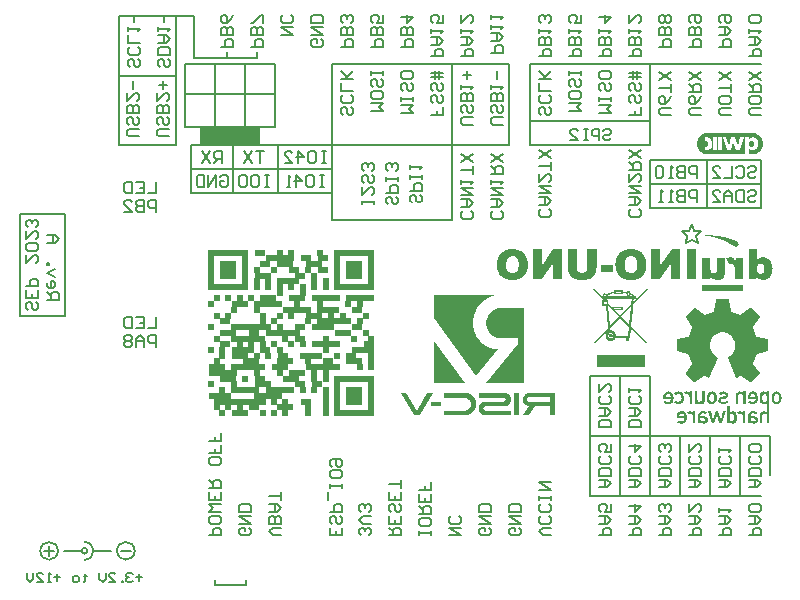
<source format=gbo>
G04*
G04 #@! TF.GenerationSoftware,Altium Limited,Altium Designer,23.3.1 (30)*
G04*
G04 Layer_Color=32896*
%FSLAX44Y44*%
%MOMM*%
G71*
G04*
G04 #@! TF.SameCoordinates,9C7CA06B-2CFE-4434-9B5D-7BF2C1F92433*
G04*
G04*
G04 #@! TF.FilePolarity,Positive*
G04*
G01*
G75*
%ADD13C,0.2000*%
%ADD159R,3.3940X0.4850*%
%ADD160R,0.4850X0.4850*%
%ADD161R,1.4550X0.4850*%
%ADD162R,0.4850X0.4840*%
%ADD163R,1.4540X0.4840*%
%ADD164R,0.9690X0.4840*%
%ADD165R,0.4840X0.4840*%
%ADD166R,1.4550X0.4850*%
%ADD167R,0.9700X0.4850*%
%ADD168R,4.3630X0.4850*%
%ADD169R,2.4250X0.4850*%
%ADD170R,1.9390X0.4850*%
%ADD171R,0.4850X0.4850*%
%ADD172R,1.4550X0.4850*%
%ADD173R,0.4850X0.4850*%
%ADD174R,2.4240X0.4850*%
%ADD175R,2.4240X0.4850*%
%ADD176R,0.9700X0.4850*%
%ADD177R,0.4850X0.4850*%
%ADD178R,1.4540X0.4850*%
%ADD179R,0.4850X0.4840*%
%ADD180R,2.4240X0.4840*%
%ADD181R,2.9090X0.4850*%
%ADD182R,0.9690X0.4850*%
%ADD183R,0.4840X0.4850*%
%ADD184R,1.9400X0.4850*%
%ADD185R,1.9390X0.4850*%
%ADD186R,2.4240X0.4850*%
%ADD187R,1.4550X0.4840*%
%ADD188R,2.9090X0.4840*%
%ADD189R,1.4550X0.4840*%
%ADD190R,3.3940X0.4850*%
%ADD191R,2.9090X0.4850*%
%ADD192R,0.9700X0.4850*%
%ADD193R,1.9390X0.4850*%
%ADD194R,2.4240X0.4850*%
%ADD195R,0.9700X0.4840*%
%ADD196R,2.4240X0.4840*%
G36*
X1132840Y886460D02*
X1133196Y886460D01*
X1133905Y886404D01*
X1134608Y886293D01*
X1135300Y886127D01*
X1135977Y885907D01*
X1136634Y885635D01*
X1137268Y885312D01*
X1137875Y884940D01*
X1138450Y884521D01*
X1138992Y884059D01*
X1139495Y883556D01*
X1139957Y883015D01*
X1140375Y882439D01*
X1140747Y881833D01*
X1141070Y881199D01*
X1141342Y880541D01*
X1141562Y879865D01*
X1141728Y879173D01*
X1141840Y878470D01*
X1141895Y877760D01*
X1141895Y877405D01*
X1141895Y877049D01*
X1141840Y876339D01*
X1141728Y875637D01*
X1141562Y874945D01*
X1141342Y874268D01*
X1141070Y873611D01*
X1140747Y872977D01*
X1140375Y872370D01*
X1139957Y871794D01*
X1139495Y871253D01*
X1138991Y870750D01*
X1138450Y870288D01*
X1137875Y869870D01*
X1137268Y869498D01*
X1136634Y869175D01*
X1135977Y868902D01*
X1135300Y868682D01*
X1134608Y868516D01*
X1133905Y868405D01*
X1133196Y868349D01*
X1130040D01*
Y873444D01*
X1130542Y872942D01*
X1130660Y872829D01*
X1130911Y872623D01*
X1131182Y872442D01*
X1131469Y872289D01*
X1131770Y872164D01*
X1132081Y872069D01*
X1132401Y872006D01*
X1132725Y871974D01*
X1132887Y871970D01*
X1133338D01*
X1133557Y871975D01*
X1133992Y872018D01*
X1134422Y872104D01*
X1134840Y872231D01*
X1135245Y872398D01*
X1135631Y872605D01*
X1135994Y872848D01*
X1136333Y873125D01*
X1136491Y873276D01*
X1136663Y873457D01*
X1136980Y873842D01*
X1137256Y874257D01*
X1137492Y874697D01*
X1137682Y875157D01*
X1137827Y875634D01*
X1137924Y876123D01*
X1137973Y876619D01*
X1137979Y876869D01*
X1137979Y876869D01*
Y877654D01*
X1137973Y877919D01*
X1137921Y878447D01*
X1137817Y878967D01*
X1137663Y879475D01*
X1137460Y879965D01*
X1137210Y880433D01*
X1136916Y880874D01*
X1136579Y881284D01*
X1136396Y881476D01*
X1136257Y881609D01*
X1135959Y881853D01*
X1135640Y882067D01*
X1135301Y882248D01*
X1134945Y882395D01*
X1134577Y882507D01*
X1134200Y882582D01*
X1133817Y882619D01*
X1133625Y882624D01*
Y882624D01*
X1133204Y882624D01*
X1133002Y882619D01*
X1132600Y882580D01*
X1132205Y882501D01*
X1131818Y882384D01*
X1131446Y882229D01*
X1131090Y882039D01*
X1130754Y881815D01*
X1130442Y881559D01*
X1130296Y881420D01*
X1130296Y881420D01*
X1130040Y881163D01*
X1130040Y882533D01*
X1126605D01*
Y868349D01*
X1095087D01*
X1094733Y868349D01*
X1094025Y868405D01*
X1093324Y868516D01*
X1092634Y868682D01*
X1091959Y868901D01*
X1091303Y869173D01*
X1090671Y869495D01*
X1090066Y869866D01*
X1089491Y870283D01*
X1088952Y870744D01*
X1088450Y871246D01*
X1087989Y871785D01*
X1087572Y872359D01*
X1087201Y872965D01*
X1086879Y873597D01*
X1086607Y874253D01*
X1086388Y874928D01*
X1086222Y875618D01*
X1086111Y876319D01*
X1086055Y877026D01*
X1086055Y877381D01*
X1086055Y877738D01*
X1086111Y878449D01*
X1086223Y879154D01*
X1086389Y879847D01*
X1086610Y880526D01*
X1086883Y881185D01*
X1087207Y881821D01*
X1087579Y882429D01*
X1087999Y883006D01*
X1088462Y883549D01*
X1088967Y884053D01*
X1089509Y884517D01*
X1090086Y884936D01*
X1090695Y885309D01*
X1091330Y885632D01*
X1091989Y885906D01*
X1092668Y886126D01*
X1093362Y886292D01*
X1094066Y886404D01*
X1094777Y886460D01*
X1095134Y886460D01*
Y886460D01*
X1132840Y886460D01*
D02*
G37*
G36*
X716280Y876300D02*
X665480D01*
Y891540D01*
X716280D01*
Y876300D01*
D02*
G37*
G36*
X1133546Y879529D02*
X1134175Y878900D01*
X1134516Y878078D01*
Y877633D01*
Y876897D01*
Y876452D01*
X1134175Y875630D01*
X1133546Y875000D01*
X1132723Y874660D01*
X1131837D01*
X1131022Y874997D01*
X1130398Y875621D01*
X1130060Y876436D01*
Y876878D01*
X1130081Y877826D01*
Y878227D01*
X1130389Y878970D01*
X1130957Y879538D01*
X1131700Y879846D01*
X1132521D01*
X1132278Y879870D01*
X1132723D01*
X1133546Y879529D01*
D02*
G37*
G36*
X1103348Y799279D02*
X1110025Y797952D01*
X1116540Y795979D01*
X1119685Y794678D01*
X1119685D01*
X1120075Y794517D01*
X1120701Y793950D01*
X1121099Y793206D01*
X1121223Y792371D01*
X1121058Y791544D01*
X1120625Y790820D01*
X1119972Y790284D01*
X1119178Y790000D01*
X1118756D01*
X1115807Y791764D01*
X1109645Y794803D01*
X1103192Y797162D01*
X1096522Y798812D01*
X1093131Y799366D01*
X1093017Y799381D01*
X1092872Y799559D01*
X1092887Y799788D01*
X1093055Y799945D01*
X1093170Y799945D01*
X1096573Y799945D01*
X1103348Y799279D01*
D02*
G37*
G36*
X1125000Y752500D02*
X1090500D01*
Y757500D01*
X1125000D01*
Y752500D01*
D02*
G37*
G36*
X918105Y749300D02*
X918105Y749300D01*
X917772Y749275D01*
X917107Y749211D01*
X916444Y749129D01*
X915785Y749027D01*
X915128Y748906D01*
X914475Y748766D01*
X913826Y748607D01*
X913182Y748430D01*
X912544Y748234D01*
X911911Y748020D01*
X911285Y747788D01*
X910666Y747538D01*
X910054Y747270D01*
X909451Y746984D01*
X908856Y746681D01*
X908270Y746361D01*
X907693Y746024D01*
X907126Y745671D01*
X906570Y745302D01*
X906025Y744916D01*
X905491Y744515D01*
X904968Y744099D01*
X904458Y743668D01*
X903961Y743222D01*
X903477Y742762D01*
X903006Y742289D01*
X902549Y741802D01*
X902107Y741302D01*
X901679Y740789D01*
X901266Y740264D01*
X900868Y739728D01*
X900486Y739180D01*
X900120Y738622D01*
X899770Y738053D01*
X899437Y737474D01*
X899121Y736886D01*
X898821Y736289D01*
X898540Y735683D01*
X898275Y735070D01*
X898029Y734449D01*
X897801Y733822D01*
X897590Y733188D01*
X897398Y732549D01*
X897225Y731904D01*
X897071Y731254D01*
X896935Y730600D01*
X896818Y729943D01*
X896720Y729282D01*
X896642Y728619D01*
X896582Y727954D01*
X896542Y727287D01*
X896521Y726620D01*
X896518Y726286D01*
X896506Y725955D01*
X896496Y725293D01*
X896506Y724631D01*
X896536Y723969D01*
X896586Y723309D01*
X896655Y722650D01*
X896743Y721994D01*
X896852Y721340D01*
X896979Y720691D01*
X897126Y720045D01*
X897292Y719404D01*
X897477Y718768D01*
X897680Y718138D01*
X897903Y717514D01*
X898143Y716897D01*
X898402Y716288D01*
X898679Y715686D01*
X898974Y715093D01*
X899286Y714509D01*
X899615Y713934D01*
X899962Y713370D01*
X900325Y712816D01*
X900704Y712273D01*
X901099Y711742D01*
X901510Y711223D01*
X901936Y710715D01*
X902377Y710221D01*
X902832Y709741D01*
X903302Y709274D01*
X903785Y708821D01*
X904281Y708382D01*
X904790Y707959D01*
X905312Y707551D01*
X905845Y707159D01*
X906390Y706782D01*
X906946Y706422D01*
X907512Y706079D01*
X908089Y705752D01*
X908674Y705443D01*
X909269Y705152D01*
X909872Y704878D01*
X910482Y704622D01*
X911101Y704385D01*
X911726Y704166D01*
X912357Y703965D01*
X912994Y703784D01*
X913636Y703621D01*
X914282Y703478D01*
X914933Y703354D01*
X915586Y703249D01*
X916243Y703164D01*
X916902Y703098D01*
X917232Y703073D01*
X898600Y680300D01*
X863600Y729300D01*
Y749300D01*
X918105Y749300D01*
D02*
G37*
G36*
X939600Y674300D02*
X907600D01*
X934600Y707300D01*
Y712300D01*
X920345D01*
X919835Y712320D01*
X919325Y712360D01*
X918819Y712420D01*
X918314Y712500D01*
X917813Y712600D01*
X917317Y712719D01*
X916825Y712857D01*
X916340Y713015D01*
X915861Y713192D01*
X915389Y713387D01*
X914926Y713601D01*
X914471Y713833D01*
X914025Y714082D01*
X913590Y714349D01*
X913165Y714633D01*
X912752Y714933D01*
X912351Y715249D01*
X911963Y715581D01*
X911588Y715927D01*
X911227Y716288D01*
X910881Y716663D01*
X910549Y717051D01*
X910233Y717452D01*
X909933Y717865D01*
X909649Y718290D01*
X909382Y718725D01*
X909133Y719171D01*
X908901Y719625D01*
X908687Y720089D01*
X908492Y720561D01*
X908315Y721040D01*
X908157Y721525D01*
X908019Y722017D01*
X907900Y722513D01*
X907800Y723014D01*
X907720Y723519D01*
X907660Y724025D01*
X907620Y724535D01*
X907600Y725045D01*
Y725300D01*
Y725555D01*
X907620Y726065D01*
X907660Y726574D01*
X907720Y727082D01*
X907800Y727586D01*
X907900Y728086D01*
X908019Y728583D01*
X908157Y729074D01*
X908315Y729560D01*
X908492Y730039D01*
X908687Y730511D01*
X908901Y730974D01*
X909133Y731429D01*
X909382Y731875D01*
X909649Y732310D01*
X909933Y732735D01*
X910233Y733148D01*
X910549Y733549D01*
X910881Y733937D01*
X911227Y734312D01*
X911588Y734673D01*
X911963Y735019D01*
X912351Y735351D01*
X912752Y735667D01*
X913165Y735967D01*
X913590Y736251D01*
X914025Y736518D01*
X914471Y736767D01*
X914926Y736999D01*
X915389Y737213D01*
X915861Y737408D01*
X916340Y737585D01*
X916825Y737743D01*
X917317Y737881D01*
X917813Y738000D01*
X918314Y738100D01*
X918819Y738180D01*
X919325Y738240D01*
X919835Y738280D01*
X920345Y738300D01*
X939600D01*
Y674300D01*
D02*
G37*
G36*
X889600D02*
X863600D01*
Y710300D01*
X889600Y674300D01*
D02*
G37*
G36*
X965600Y647300D02*
X961600D01*
Y655300D01*
X948600D01*
X943600Y647300D01*
X938600D01*
X943600Y655300D01*
X943460D01*
X943180Y655316D01*
X942901Y655347D01*
X942624Y655394D01*
X942351Y655457D01*
X942081Y655534D01*
X941816Y655627D01*
X941557Y655734D01*
X941304Y655856D01*
X941059Y655992D01*
X940821Y656141D01*
X940592Y656303D01*
X940373Y656478D01*
X940164Y656665D01*
X939965Y656864D01*
X939778Y657073D01*
X939603Y657292D01*
X939441Y657521D01*
X939292Y657759D01*
X939156Y658004D01*
X939034Y658257D01*
X938927Y658516D01*
X938834Y658781D01*
X938757Y659051D01*
X938694Y659324D01*
X938647Y659601D01*
X938616Y659880D01*
X938600Y660160D01*
Y660300D01*
X938600Y660468D01*
X938619Y660804D01*
X938656Y661139D01*
X938713Y661471D01*
X938788Y661799D01*
X938881Y662123D01*
X938992Y662440D01*
X939121Y662752D01*
X939267Y663055D01*
X939430Y663350D01*
X939609Y663635D01*
X939804Y663909D01*
X940014Y664173D01*
X940238Y664424D01*
X940476Y664662D01*
X940727Y664886D01*
X940991Y665096D01*
X941265Y665291D01*
X941550Y665470D01*
X941845Y665633D01*
X942148Y665779D01*
X942459Y665908D01*
X942777Y666019D01*
X943101Y666112D01*
X943429Y666187D01*
X943761Y666243D01*
X944095Y666281D01*
X944432Y666300D01*
X944600Y666300D01*
X965600Y666300D01*
Y647300D01*
D02*
G37*
G36*
X923100Y666300D02*
X923254Y666300D01*
X923562Y666283D01*
X923869Y666248D01*
X924174Y666196D01*
X924474Y666128D01*
X924771Y666042D01*
X925062Y665940D01*
X925347Y665822D01*
X925625Y665688D01*
X925896Y665539D01*
X926157Y665375D01*
X926409Y665196D01*
X926650Y665004D01*
X926880Y664798D01*
X927098Y664580D01*
X927304Y664350D01*
X927496Y664108D01*
X927675Y663857D01*
X927839Y663595D01*
X927988Y663325D01*
X928122Y663047D01*
X928240Y662762D01*
X928342Y662471D01*
X928428Y662174D01*
X928473Y661975D01*
X928598Y660813D01*
X928600Y660800D01*
X928600Y660800D01*
X928473Y659566D01*
X928412Y659301D01*
X928319Y658977D01*
X928208Y658659D01*
X928079Y658348D01*
X927933Y658045D01*
X927770Y657750D01*
X927591Y657465D01*
X927396Y657190D01*
X927186Y656927D01*
X926962Y656676D01*
X926724Y656438D01*
X926472Y656214D01*
X926209Y656004D01*
X925935Y655809D01*
X925650Y655630D01*
X925355Y655467D01*
X925051Y655321D01*
X924741Y655192D01*
X924423Y655081D01*
X924099Y654988D01*
X923819Y654924D01*
X922600Y654800D01*
Y654800D01*
X907100Y654800D01*
X907016Y654798D01*
X906849Y654784D01*
X906683Y654756D01*
X906520Y654714D01*
X906362Y654659D01*
X906208Y654590D01*
X906061Y654509D01*
X905921Y654416D01*
X905790Y654311D01*
X905668Y654196D01*
X905555Y654071D01*
X905454Y653937D01*
X905365Y653795D01*
X905287Y653645D01*
X905223Y653490D01*
X905172Y653330D01*
X905151Y653249D01*
X905153Y653153D01*
X905172Y652963D01*
X905209Y652775D01*
X905265Y652592D01*
X905338Y652416D01*
X905428Y652247D01*
X905535Y652088D01*
X905656Y651940D01*
X905791Y651805D01*
X905939Y651684D01*
X906098Y651577D01*
X906267Y651487D01*
X906443Y651414D01*
X906626Y651358D01*
X906814Y651321D01*
X907004Y651302D01*
X907100Y651300D01*
X907100Y651300D01*
X928600Y651300D01*
Y647300D01*
X907100Y647300D01*
X906932Y647300D01*
X906596Y647319D01*
X906261Y647356D01*
X905929Y647413D01*
X905601Y647488D01*
X905277Y647581D01*
X904959Y647692D01*
X904648Y647821D01*
X904345Y647967D01*
X904050Y648130D01*
X903765Y648309D01*
X903491Y648504D01*
X903227Y648714D01*
X902976Y648938D01*
X902738Y649176D01*
X902514Y649427D01*
X902304Y649691D01*
X902109Y649965D01*
X901930Y650250D01*
X901767Y650545D01*
X901621Y650848D01*
X901492Y651159D01*
X901381Y651477D01*
X901288Y651801D01*
X901213Y652129D01*
X901156Y652461D01*
X901119Y652795D01*
X901100Y653132D01*
X901100Y653300D01*
X901100Y653454D01*
X901117Y653762D01*
X901152Y654069D01*
X901204Y654373D01*
X901272Y654674D01*
X901358Y654971D01*
X901460Y655262D01*
X901578Y655547D01*
X901712Y655825D01*
X901861Y656096D01*
X902025Y656357D01*
X902204Y656609D01*
X902396Y656850D01*
X902602Y657080D01*
X902820Y657298D01*
X903050Y657504D01*
X903291Y657696D01*
X903543Y657875D01*
X903804Y658039D01*
X904075Y658188D01*
X904353Y658322D01*
X904638Y658440D01*
X904929Y658542D01*
X905226Y658628D01*
X905527Y658696D01*
X905831Y658748D01*
X906137Y658783D01*
X906446Y658800D01*
X906600Y658800D01*
X906600Y658800D01*
X922100D01*
X922198Y658802D01*
X922393Y658822D01*
X922586Y658860D01*
X922774Y658917D01*
X922955Y658992D01*
X923128Y659084D01*
X923291Y659193D01*
X923443Y659318D01*
X923582Y659457D01*
X923706Y659609D01*
X923815Y659772D01*
X923908Y659945D01*
X923983Y660126D01*
X924040Y660314D01*
X924078Y660507D01*
X924098Y660702D01*
X924100Y660800D01*
X924100Y660800D01*
X924100Y660800D01*
X924098Y660874D01*
X924084Y661020D01*
X924055Y661164D01*
X924012Y661305D01*
X923956Y661441D01*
X923956Y661441D01*
X923887Y661571D01*
X923887Y661571D01*
X923805Y661693D01*
X923805Y661693D01*
X923711Y661807D01*
X923711Y661807D01*
X923607Y661911D01*
X923494Y662005D01*
X923371Y662087D01*
X923241Y662156D01*
X923105Y662212D01*
X922964Y662255D01*
X922820Y662284D01*
X922674Y662298D01*
X922600Y662300D01*
X901100D01*
Y666300D01*
X923100Y666300D01*
D02*
G37*
G36*
X869100Y654800D02*
X861100D01*
Y658800D01*
X869100D01*
Y654800D01*
D02*
G37*
G36*
X851600Y647300D02*
X846100D01*
X835100Y666300D01*
X840100D01*
X848600Y651300D01*
X857600Y666300D01*
X862600D01*
X851600Y647300D01*
D02*
G37*
G36*
X889600Y666300D02*
X889807Y666300D01*
X890221Y666282D01*
X890635Y666246D01*
X891046Y666192D01*
X891454Y666120D01*
X891859Y666030D01*
X892259Y665923D01*
X892654Y665798D01*
X893044Y665656D01*
X893427Y665497D01*
X893803Y665322D01*
X894170Y665131D01*
X894529Y664923D01*
X894879Y664701D01*
X895219Y664463D01*
X895548Y664211D01*
X895865Y663944D01*
X896171Y663664D01*
X896464Y663371D01*
X896744Y663065D01*
X897011Y662748D01*
X897263Y662419D01*
X897501Y662079D01*
X897724Y661730D01*
X897931Y661370D01*
X898122Y661003D01*
X898298Y660627D01*
X898456Y660244D01*
X898598Y659854D01*
X898723Y659459D01*
X898830Y659059D01*
X898920Y658654D01*
X898992Y658245D01*
X899046Y657834D01*
X899082Y657421D01*
X899100Y657007D01*
X899100Y656800D01*
X899100Y656800D01*
X899019Y655563D01*
X898992Y655354D01*
X898920Y654946D01*
X898830Y654541D01*
X898723Y654141D01*
X898598Y653746D01*
X898456Y653356D01*
X898298Y652973D01*
X898122Y652597D01*
X897931Y652230D01*
X897724Y651870D01*
X897501Y651521D01*
X897263Y651181D01*
X897011Y650852D01*
X896744Y650535D01*
X896464Y650229D01*
X896171Y649936D01*
X895865Y649656D01*
X895548Y649389D01*
X895219Y649137D01*
X894879Y648899D01*
X894529Y648676D01*
X894170Y648469D01*
X893803Y648278D01*
X893427Y648102D01*
X893044Y647944D01*
X892654Y647802D01*
X892259Y647677D01*
X891859Y647570D01*
X891454Y647480D01*
X891046Y647408D01*
X890836Y647381D01*
X889600Y647300D01*
X889600Y647300D01*
X889600Y647300D01*
X871600D01*
Y651300D01*
X889600D01*
X889750Y651302D01*
X890049Y651320D01*
X890346Y651356D01*
X890640Y651409D01*
X890931Y651480D01*
X891217Y651569D01*
X891497Y651674D01*
X891771Y651796D01*
X892036Y651934D01*
X892293Y652087D01*
X892541Y652256D01*
X892777Y652439D01*
X893003Y652636D01*
X893216Y652847D01*
X893416Y653069D01*
X893602Y653303D01*
X893774Y653548D01*
X893932Y653803D01*
X894073Y654066D01*
X894199Y654338D01*
X894308Y654617D01*
X894400Y654902D01*
X894475Y655191D01*
X894533Y655485D01*
X894573Y655782D01*
X894595Y656080D01*
X894599Y656380D01*
X894585Y656679D01*
X894572Y656828D01*
X894570Y656967D01*
X894554Y657246D01*
X894523Y657523D01*
X894476Y657798D01*
X894414Y658070D01*
X894337Y658338D01*
X894245Y658601D01*
X894138Y658859D01*
X894017Y659110D01*
X893882Y659354D01*
X893734Y659590D01*
X893573Y659818D01*
X893399Y660036D01*
X893213Y660244D01*
X893016Y660441D01*
X892808Y660627D01*
X892590Y660801D01*
X892362Y660962D01*
X892126Y661110D01*
X891882Y661245D01*
X891631Y661366D01*
X891373Y661473D01*
X891110Y661565D01*
X890842Y661642D01*
X890570Y661704D01*
X890570Y661704D01*
X890295Y661751D01*
X890294Y661751D01*
X890018Y661782D01*
X890016Y661782D01*
X889739Y661798D01*
X889602Y661800D01*
X889600Y661800D01*
X889600Y661800D01*
X889600Y661800D01*
X871600D01*
Y666300D01*
X889600Y666300D01*
D02*
G37*
G36*
X935600Y647300D02*
X931100D01*
Y666300D01*
X935600D01*
Y647300D01*
D02*
G37*
G36*
X1044374Y754060D02*
X1031857Y741025D01*
X1031486Y737469D01*
X1030672Y728952D01*
X1030079Y722804D01*
X1043485Y708954D01*
X1042596Y708065D01*
X1029931Y721027D01*
X1029190Y713102D01*
X1028820D01*
Y710065D01*
X1026005D01*
Y713102D01*
X1017266D01*
X1016969Y712509D01*
X1016525Y711917D01*
X1015932Y711250D01*
X1015118Y710657D01*
X1014155Y710361D01*
X1013266Y710287D01*
X1012377D01*
X1011711Y710509D01*
X1010896Y710806D01*
X1010229Y711250D01*
X1009711Y711768D01*
X1009192Y712509D01*
X1008822Y713324D01*
X1008600Y714064D01*
X1008526Y714731D01*
X1008600Y715472D01*
X1008748Y716064D01*
X1008970Y716657D01*
X1009266Y717249D01*
X1009637Y717768D01*
X1010155Y718286D01*
X1010748Y718657D01*
X1011266Y718879D01*
X1011192Y719545D01*
X1000082Y708065D01*
X999193Y709028D01*
X1011044Y721323D01*
X1010081Y732063D01*
X1009415Y739840D01*
X1005859D01*
Y744802D01*
X1006822D01*
X997786Y754060D01*
X998749Y754949D01*
X1007193Y746209D01*
Y746876D01*
X1007044Y747024D01*
X1006822Y747172D01*
X1006600Y747394D01*
X1006378Y747617D01*
X1006230Y747987D01*
X1006156Y748283D01*
X1006082Y748653D01*
X1006156Y749098D01*
X1006304Y749394D01*
X1006600Y749913D01*
X1006970Y750209D01*
X1007489Y750431D01*
X1008007Y750505D01*
X1008526Y750431D01*
X1008970Y750283D01*
X1009341Y750061D01*
X1009489Y749838D01*
X1009859Y750135D01*
X1010377Y750505D01*
X1011044Y750801D01*
X1012007Y751172D01*
X1013044Y751468D01*
X1014081Y751690D01*
X1015192Y751912D01*
X1016080Y751986D01*
Y753098D01*
X1023191D01*
Y752135D01*
X1023783D01*
X1024672Y752060D01*
X1025635Y751912D01*
X1026598Y751764D01*
Y752357D01*
X1029635D01*
Y750949D01*
X1030005Y750727D01*
X1030524Y750505D01*
X1031042Y750209D01*
X1031486Y749913D01*
X1031931Y749542D01*
X1032227Y749246D01*
X1032375Y749024D01*
X1032523Y748727D01*
X1032449Y748209D01*
X1034227D01*
Y745913D01*
X1032301D01*
X1032005Y743024D01*
X1043485Y754949D01*
X1044374Y754060D01*
D02*
G37*
G36*
X1041708Y697844D02*
Y697696D01*
Y697400D01*
Y697103D01*
Y696807D01*
Y696511D01*
Y696363D01*
Y696289D01*
Y695104D01*
Y693992D01*
Y693474D01*
Y693104D01*
Y692881D01*
Y692807D01*
Y691474D01*
Y690882D01*
Y690363D01*
Y689919D01*
Y689622D01*
Y689400D01*
Y689326D01*
Y688808D01*
Y688438D01*
Y688141D01*
Y687993D01*
Y687771D01*
X1001193D01*
Y687845D01*
Y687993D01*
Y688586D01*
Y689104D01*
Y689252D01*
Y689326D01*
Y690511D01*
Y691622D01*
Y692141D01*
Y692511D01*
Y692733D01*
Y692807D01*
Y694141D01*
Y694733D01*
Y695252D01*
Y695696D01*
Y695992D01*
Y696215D01*
Y696289D01*
Y696807D01*
Y697251D01*
Y697548D01*
Y697696D01*
Y697844D01*
Y697918D01*
X1041708D01*
Y697844D01*
D02*
G37*
G36*
X1113055Y745587D02*
Y745402D01*
Y745217D01*
X1115092Y735403D01*
Y735033D01*
X1115277Y734847D01*
X1115462D01*
X1122128Y732070D01*
X1122869D01*
X1131016Y737995D01*
X1131572D01*
X1131757Y737810D01*
X1138978Y730959D01*
Y730774D01*
Y730589D01*
Y730404D01*
Y730218D01*
X1133238Y721886D01*
Y721701D01*
Y721516D01*
Y721330D01*
Y721145D01*
X1136016Y714294D01*
X1136571Y713924D01*
X1136756D01*
X1146200Y712257D01*
X1146385D01*
X1146570Y712072D01*
Y711887D01*
Y711702D01*
Y701888D01*
Y701518D01*
X1146385Y701332D01*
X1146200D01*
X1136941Y699481D01*
X1136756D01*
X1136571Y699296D01*
Y699110D01*
Y698925D01*
X1133423Y691704D01*
Y691519D01*
Y691333D01*
Y691148D01*
Y690963D01*
X1138978Y683186D01*
Y683001D01*
Y682816D01*
Y682631D01*
X1131757Y675594D01*
X1131386Y675409D01*
X1131201D01*
X1131016Y675594D01*
X1123424Y680779D01*
X1122869D01*
X1119536Y678927D01*
X1118980Y679113D01*
X1118795D01*
X1111944Y695963D01*
Y696518D01*
X1112129Y696703D01*
X1113055Y697074D01*
Y697259D01*
X1113240D01*
X1113425Y697444D01*
X1113611Y697629D01*
X1115277Y698925D01*
X1116573Y700221D01*
X1117314Y701703D01*
X1118055Y703184D01*
X1118425Y704480D01*
X1118610Y705591D01*
Y706332D01*
Y706517D01*
X1118425Y708184D01*
X1118055Y709665D01*
X1117684Y710961D01*
X1116944Y712072D01*
X1116388Y712998D01*
X1116018Y713739D01*
X1115647Y714109D01*
X1115462Y714294D01*
X1114166Y715405D01*
X1112870Y716146D01*
X1111574Y716886D01*
X1110277Y717257D01*
X1109352Y717442D01*
X1108426Y717627D01*
X1107685D01*
X1106019Y717442D01*
X1104537Y717072D01*
X1103241Y716516D01*
X1102130Y715961D01*
X1101204Y715405D01*
X1100464Y714850D01*
X1100093Y714479D01*
X1099908Y714294D01*
X1098797Y712998D01*
X1098056Y711702D01*
X1097501Y710406D01*
X1097131Y709295D01*
X1096945Y708184D01*
X1096760Y707258D01*
Y706702D01*
Y706517D01*
X1096945Y704480D01*
X1097501Y702629D01*
X1098427Y701147D01*
X1099167Y699851D01*
X1100093Y698925D01*
X1101019Y698185D01*
X1101575Y697814D01*
X1101760Y697629D01*
X1101945Y697444D01*
X1102130Y697259D01*
X1102315Y697074D01*
X1103241Y696703D01*
X1103426Y696148D01*
Y695963D01*
X1096390Y679113D01*
X1096205Y678927D01*
X1095835D01*
X1092687Y680779D01*
X1091946D01*
X1084354Y675594D01*
X1083984Y675409D01*
X1083799D01*
X1083614Y675594D01*
X1076577Y682631D01*
Y682816D01*
Y683186D01*
X1081947Y690963D01*
Y691148D01*
Y691333D01*
Y691519D01*
Y691704D01*
X1078799Y698925D01*
Y699296D01*
X1078614Y699481D01*
X1078429D01*
X1069171Y701332D01*
X1068986Y701518D01*
X1068800Y701703D01*
Y701888D01*
Y711702D01*
Y712072D01*
X1068986Y712257D01*
X1069171D01*
X1078614Y713924D01*
X1078984D01*
X1079170Y714109D01*
Y714294D01*
X1082132Y721145D01*
Y721330D01*
Y721516D01*
Y721886D01*
X1076577Y730218D01*
Y730404D01*
Y730589D01*
Y730774D01*
Y730959D01*
X1083614Y737810D01*
X1083984Y737995D01*
X1084354D01*
X1092687Y732070D01*
X1093242D01*
X1099908Y734847D01*
X1100093Y735033D01*
X1100278Y735218D01*
Y735403D01*
X1102315Y745217D01*
Y745587D01*
X1102501Y745772D01*
X1112870D01*
X1113055Y745587D01*
D02*
G37*
G36*
X1147311Y640413D02*
X1145459D01*
Y646523D01*
X1145274Y647264D01*
X1145089Y648005D01*
X1144348Y648560D01*
X1143792Y648931D01*
X1143422D01*
X1142682Y648745D01*
X1142126Y648560D01*
X1141385Y647820D01*
X1141200Y646894D01*
Y646709D01*
Y646523D01*
Y640413D01*
X1139163D01*
Y647264D01*
X1139349Y648375D01*
X1139719Y649301D01*
X1140274Y649856D01*
X1140830Y650412D01*
X1142126Y650782D01*
X1142682D01*
X1143978Y650597D01*
X1144903Y650227D01*
X1145274Y649856D01*
X1145459Y649671D01*
Y657819D01*
X1144348Y657263D01*
X1143422Y656893D01*
X1142867Y656708D01*
X1142682D01*
X1141571Y656893D01*
X1140645Y657448D01*
X1139904Y658004D01*
X1139719Y658189D01*
X1139534Y658559D01*
X1139349Y659115D01*
X1139163Y660411D01*
Y661522D01*
Y661892D01*
Y662077D01*
Y663929D01*
X1139349Y665225D01*
X1139534Y665966D01*
X1139719Y666151D01*
X1140645Y666892D01*
X1141756Y667262D01*
X1142311Y667447D01*
X1142682D01*
X1143792Y667262D01*
X1144718Y666892D01*
X1145274Y666336D01*
X1145459Y666151D01*
Y667447D01*
X1147311D01*
Y640413D01*
D02*
G37*
G36*
X1127313Y656893D02*
X1125091D01*
Y663188D01*
X1124906Y663929D01*
X1124720Y664484D01*
X1123980Y665225D01*
X1123424Y665410D01*
X1122313D01*
X1121758Y665040D01*
X1121017Y664299D01*
X1120832Y663559D01*
Y663373D01*
Y663188D01*
Y656893D01*
X1118795D01*
Y663744D01*
X1118980Y665040D01*
X1119351Y665966D01*
X1119906Y666521D01*
X1120462Y667077D01*
X1121758Y667447D01*
X1122313D01*
X1123609Y667262D01*
X1124535Y666892D01*
X1124906Y666336D01*
X1125091Y666151D01*
Y667447D01*
X1127313D01*
Y656893D01*
D02*
G37*
G36*
X1081947D02*
X1079725D01*
Y663188D01*
X1079540Y663929D01*
X1079355Y664484D01*
X1078614Y665225D01*
X1078059Y665410D01*
X1077688D01*
X1077318Y665225D01*
X1076948Y665040D01*
X1076577Y664855D01*
Y664670D01*
X1074911Y666706D01*
X1075651Y667077D01*
X1076392Y667447D01*
X1076948D01*
X1078244Y667262D01*
X1079170Y666892D01*
X1079540Y666336D01*
X1079725Y666151D01*
Y667447D01*
X1081947D01*
Y656893D01*
D02*
G37*
G36*
X1092687Y660226D02*
X1092502Y659115D01*
X1092131Y658189D01*
X1091576Y657633D01*
X1090835Y657078D01*
X1089539Y656708D01*
X1088983D01*
X1088058Y656893D01*
X1087132Y657263D01*
X1086576Y657633D01*
X1086391Y657819D01*
Y656893D01*
X1084354D01*
Y667447D01*
X1086391D01*
Y661152D01*
Y660411D01*
X1086761Y659855D01*
X1087317Y659300D01*
X1087872Y658930D01*
X1088243D01*
X1088983Y659115D01*
X1089539Y659300D01*
X1090094Y660041D01*
X1090465Y660781D01*
Y661152D01*
Y667447D01*
X1092687D01*
Y660226D01*
D02*
G37*
G36*
X1071948Y667262D02*
X1073059Y666706D01*
X1073985Y665781D01*
X1074540Y664855D01*
X1074911Y663744D01*
X1075096Y663003D01*
Y662262D01*
Y662077D01*
X1074911Y660226D01*
X1074355Y658930D01*
X1073615Y658004D01*
X1072689Y657448D01*
X1071763Y657078D01*
X1071022Y656708D01*
X1070282D01*
X1068800Y657078D01*
X1067504Y657633D01*
X1066764Y658189D01*
X1066578Y658559D01*
X1068245Y660041D01*
X1068986Y659485D01*
X1069541Y659115D01*
X1070097Y658930D01*
X1070282D01*
X1071208Y659115D01*
X1071948Y659485D01*
X1072318Y659855D01*
X1072689Y660596D01*
X1073059Y661522D01*
Y661892D01*
Y662077D01*
X1072874Y663188D01*
X1072689Y663929D01*
X1072133Y664670D01*
X1071578Y665040D01*
X1070652Y665410D01*
X1070282D01*
X1069356Y665225D01*
X1068800Y664855D01*
X1068430Y664484D01*
X1068245Y664299D01*
X1066578Y665781D01*
X1067875Y666706D01*
X1068986Y667262D01*
X1069911Y667447D01*
X1070282D01*
X1071948Y667262D01*
D02*
G37*
G36*
X1134905D02*
X1135830Y666706D01*
X1136571Y665781D01*
X1137127Y664855D01*
X1137497Y663744D01*
X1137682Y663003D01*
Y662262D01*
Y662077D01*
X1137497Y660226D01*
X1136941Y658930D01*
X1136201Y658004D01*
X1135275Y657448D01*
X1134534Y657078D01*
X1133794Y656708D01*
X1133053D01*
X1131572Y656893D01*
X1130275Y657633D01*
X1129535Y658189D01*
X1129164Y658374D01*
X1130831Y659855D01*
X1131572Y659115D01*
X1132312Y658744D01*
X1132868Y658559D01*
X1133238D01*
X1133979Y658744D01*
X1134534Y658930D01*
X1135275Y659855D01*
X1135645Y660781D01*
Y660966D01*
Y661152D01*
X1128979D01*
Y663188D01*
X1129164Y664670D01*
X1129720Y665595D01*
X1130461Y666336D01*
X1131201Y666892D01*
X1131942Y667262D01*
X1132683Y667447D01*
X1133423D01*
X1134905Y667262D01*
D02*
G37*
G36*
X1063430D02*
X1064356Y666706D01*
X1065097Y665781D01*
X1065652Y664855D01*
X1066023Y663744D01*
X1066208Y663003D01*
Y662262D01*
Y662077D01*
X1066023Y660226D01*
X1065467Y658930D01*
X1064727Y658004D01*
X1063801Y657448D01*
X1062875Y657078D01*
X1062134Y656708D01*
X1061394D01*
X1059912Y656893D01*
X1058801Y657633D01*
X1058061Y658189D01*
X1057690Y658374D01*
X1059357Y659855D01*
X1059912Y659115D01*
X1060653Y658744D01*
X1061208Y658559D01*
X1061394D01*
X1062319Y658744D01*
X1062875Y658930D01*
X1063616Y659855D01*
X1063986Y660781D01*
Y660966D01*
Y661152D01*
X1057320D01*
Y663188D01*
X1057505Y664670D01*
X1058061Y665595D01*
X1058801Y666336D01*
X1059542Y666892D01*
X1060468Y667262D01*
X1061208Y667447D01*
X1061949D01*
X1063430Y667262D01*
D02*
G37*
G36*
X1154902D02*
X1155828Y666892D01*
X1156569Y666336D01*
X1156754Y666151D01*
X1157310Y664855D01*
X1157495Y663559D01*
X1157680Y662448D01*
Y662262D01*
Y662077D01*
X1157495Y660411D01*
X1157124Y659115D01*
X1156939Y658374D01*
X1156754Y658189D01*
X1155643Y657263D01*
X1154532Y656893D01*
X1153792Y656708D01*
X1153421D01*
X1152125Y656893D01*
X1151199Y657448D01*
X1150644Y658004D01*
X1150459Y658189D01*
X1149718Y659300D01*
X1149533Y660596D01*
X1149348Y661707D01*
Y661892D01*
Y662077D01*
X1149533Y663929D01*
X1149903Y665225D01*
X1150273Y665966D01*
X1150459Y666151D01*
X1151199Y666892D01*
X1152125Y667262D01*
X1153051Y667447D01*
X1153421D01*
X1154902Y667262D01*
D02*
G37*
G36*
X1109907D02*
X1110833Y666892D01*
X1111574Y666521D01*
X1111944Y665966D01*
X1112499Y664855D01*
Y664484D01*
Y664299D01*
X1112314Y663373D01*
X1111944Y662633D01*
X1111018Y661707D01*
X1109907Y661337D01*
X1109722Y661152D01*
X1107685D01*
X1106759Y660781D01*
X1106389Y660411D01*
X1106204Y660226D01*
Y660041D01*
Y659485D01*
X1106574Y659115D01*
X1107315Y658744D01*
X1108055Y658559D01*
X1108426D01*
X1109722Y658744D01*
X1110833Y659300D01*
X1111574Y659855D01*
X1111759Y660041D01*
X1113055Y658559D01*
X1111574Y657448D01*
X1110092Y656893D01*
X1108981Y656708D01*
X1108611D01*
X1107130Y656893D01*
X1106019Y657263D01*
X1105278Y657819D01*
X1104723Y658374D01*
X1104352Y658930D01*
X1104167Y659485D01*
Y659855D01*
Y660041D01*
X1104352Y660966D01*
X1104537Y661707D01*
X1105648Y662633D01*
X1106574Y663003D01*
X1106945Y663188D01*
X1107130D01*
X1109166Y663373D01*
X1109907Y663559D01*
X1110277Y663929D01*
X1110463Y664114D01*
Y664299D01*
X1110092Y665040D01*
X1109537Y665225D01*
X1108981Y665410D01*
X1108611D01*
X1107870Y665225D01*
X1106945Y665040D01*
X1106204Y664670D01*
X1105834Y664484D01*
X1104537Y665966D01*
X1105834Y666892D01*
X1107130Y667262D01*
X1108241Y667447D01*
X1108611D01*
X1109907Y667262D01*
D02*
G37*
G36*
X1100093D02*
X1101204Y666892D01*
X1101760Y666336D01*
X1101945Y666151D01*
X1102501Y665040D01*
X1102871Y663559D01*
X1103056Y662448D01*
Y662262D01*
Y662077D01*
X1102871Y660411D01*
X1102501Y659115D01*
X1102130Y658374D01*
X1101945Y658189D01*
X1100834Y657263D01*
X1099908Y656893D01*
X1099167Y656708D01*
X1098797D01*
X1097316Y656893D01*
X1096390Y657448D01*
X1095835Y658004D01*
X1095649Y658189D01*
X1094909Y659300D01*
X1094724Y660596D01*
X1094538Y661707D01*
Y661892D01*
Y662077D01*
X1094724Y663929D01*
X1095094Y665225D01*
X1095464Y665966D01*
X1095649Y666151D01*
X1096575Y666892D01*
X1097501Y667262D01*
X1098427Y667447D01*
X1098797D01*
X1100093Y667262D01*
D02*
G37*
G36*
X1126757Y640413D02*
X1124720D01*
Y646523D01*
Y647264D01*
X1124350Y648005D01*
X1123795Y648560D01*
X1123239Y648931D01*
X1122869D01*
X1122313Y648745D01*
X1121758Y648560D01*
X1121573Y648375D01*
X1121387Y648190D01*
X1119721Y650042D01*
X1120647Y650412D01*
X1121387Y650782D01*
X1122128D01*
X1123239Y650597D01*
X1123980Y650227D01*
X1124535Y649856D01*
X1124720Y649671D01*
Y650782D01*
X1126757D01*
Y640413D01*
D02*
G37*
G36*
X1084539D02*
X1082503D01*
Y646523D01*
X1082317Y647264D01*
X1082132Y648005D01*
X1081392Y648560D01*
X1080836Y648931D01*
X1080466D01*
X1080095Y648745D01*
X1079540Y648560D01*
X1079355Y648375D01*
X1079170Y648190D01*
X1077503Y650042D01*
X1078244Y650412D01*
X1078984Y650782D01*
X1079540D01*
X1080836Y650597D01*
X1081762Y650227D01*
X1082317Y649856D01*
X1082503Y649671D01*
Y650782D01*
X1084539D01*
Y640413D01*
D02*
G37*
G36*
X1135090Y650597D02*
X1136201Y650227D01*
X1136941Y649671D01*
X1137127Y649486D01*
X1135645Y648190D01*
X1134905Y648560D01*
X1134164Y648931D01*
X1132683D01*
X1132312Y648745D01*
X1131572Y648190D01*
X1131386Y647634D01*
Y647449D01*
Y646523D01*
X1134164D01*
X1135275Y646338D01*
X1136201Y646153D01*
X1136756Y645598D01*
X1137312Y645042D01*
X1137682Y644116D01*
Y643746D01*
Y643561D01*
X1137497Y642450D01*
X1137127Y641709D01*
X1136571Y640968D01*
X1135830Y640598D01*
X1134534Y640228D01*
X1133979D01*
X1132683Y640413D01*
X1131942Y640783D01*
X1131572Y641153D01*
X1131386Y641339D01*
Y640413D01*
X1129164D01*
Y647449D01*
X1129350Y648560D01*
X1129905Y649301D01*
X1130646Y650042D01*
X1131386Y650412D01*
X1132127Y650597D01*
X1132868Y650782D01*
X1133608D01*
X1135090Y650597D01*
D02*
G37*
G36*
X1092872D02*
X1093983Y650227D01*
X1094538Y649671D01*
X1094724Y649486D01*
X1093057Y648190D01*
X1092687Y648560D01*
X1091946Y648931D01*
X1090465D01*
X1089909Y648745D01*
X1089169Y648190D01*
X1088983Y647634D01*
Y647449D01*
Y646523D01*
X1091946D01*
X1093057Y646338D01*
X1093983Y646153D01*
X1094538Y645598D01*
X1095094Y645042D01*
X1095464Y644116D01*
Y643746D01*
Y643561D01*
X1095279Y642450D01*
X1094909Y641709D01*
X1094168Y640968D01*
X1093427Y640598D01*
X1092131Y640228D01*
X1091576D01*
X1090465Y640413D01*
X1089539Y640783D01*
X1089169Y641153D01*
X1088983Y641339D01*
Y640413D01*
X1086947D01*
Y647449D01*
X1087132Y648560D01*
X1087687Y649301D01*
X1088243Y650042D01*
X1088983Y650412D01*
X1089909Y650597D01*
X1090465Y650782D01*
X1092131D01*
X1092872Y650597D01*
D02*
G37*
G36*
X1106945Y640413D02*
X1105093D01*
X1103056Y647820D01*
X1100649Y640413D01*
X1098797D01*
X1095464Y650782D01*
X1097686D01*
X1099723Y643561D01*
X1101945Y650782D01*
X1103612D01*
X1106019Y643561D01*
X1108241Y650782D01*
X1110277D01*
X1106945Y640413D01*
D02*
G37*
G36*
X1074726Y650597D02*
X1075651Y650042D01*
X1076392Y649116D01*
X1076948Y648190D01*
X1077318Y647264D01*
X1077503Y646338D01*
Y645783D01*
Y645598D01*
X1077318Y643746D01*
X1076762Y642450D01*
X1076022Y641524D01*
X1075096Y640968D01*
X1074170Y640598D01*
X1073429Y640228D01*
X1072689D01*
X1071208Y640413D01*
X1070097Y641153D01*
X1069356Y641709D01*
X1068986Y641894D01*
X1070652Y643190D01*
X1071393Y642635D01*
X1072133Y642264D01*
X1072689Y642079D01*
X1073059D01*
X1073800Y642264D01*
X1074355Y642450D01*
X1074911Y643375D01*
X1075281Y644301D01*
Y644486D01*
Y644672D01*
X1068800D01*
Y646523D01*
X1068986Y648005D01*
X1069541Y648931D01*
X1070282Y649671D01*
X1071022Y650227D01*
X1071763Y650597D01*
X1072504Y650782D01*
X1073244D01*
X1074726Y650597D01*
D02*
G37*
G36*
X1113611Y649671D02*
X1114536Y650412D01*
X1115277Y650597D01*
X1116018Y650782D01*
X1116203D01*
X1117499Y650597D01*
X1118425Y650227D01*
X1118795Y649856D01*
X1118980Y649671D01*
X1119165Y649301D01*
X1119351Y648745D01*
X1119536Y647449D01*
X1119721Y646153D01*
Y645783D01*
Y645598D01*
Y644486D01*
X1119536Y643561D01*
Y642820D01*
X1119351Y642264D01*
X1119165Y641709D01*
X1118980Y641524D01*
X1118240Y640783D01*
X1117314Y640413D01*
X1116573Y640228D01*
X1116203D01*
X1115092Y640413D01*
X1114351Y640783D01*
X1113796Y641153D01*
X1113611Y641339D01*
Y640413D01*
X1111388D01*
Y655041D01*
X1113611D01*
Y649671D01*
D02*
G37*
G36*
X1071789Y762320D02*
X1064430D01*
Y776296D01*
X1054897Y762320D01*
X1047493D01*
Y787680D01*
X1054897D01*
Y773612D01*
X1064523Y787680D01*
X1071789D01*
Y762320D01*
D02*
G37*
G36*
X971410D02*
X964052D01*
Y776296D01*
X954518Y762320D01*
X947114D01*
Y787680D01*
X954518D01*
Y773612D01*
X964144Y787680D01*
X971410D01*
Y762320D01*
D02*
G37*
G36*
X1014588Y768845D02*
X1004361D01*
Y774306D01*
X1014588D01*
Y768845D01*
D02*
G37*
G36*
X1000982Y772547D02*
X1000936Y771853D01*
X1000890Y771113D01*
X1000751Y770372D01*
X1000612Y769724D01*
X1000519Y769169D01*
X1000381Y768706D01*
X1000334Y768521D01*
Y768382D01*
X1000288Y768336D01*
Y768289D01*
X1000103Y767734D01*
X999825Y767179D01*
X999548Y766670D01*
X999270Y766253D01*
X999039Y765883D01*
X998807Y765559D01*
X998668Y765374D01*
X998622Y765328D01*
X998159Y764819D01*
X997697Y764402D01*
X997234Y764032D01*
X996817Y763708D01*
X996447Y763477D01*
X996169Y763291D01*
X995984Y763199D01*
X995938Y763153D01*
X995336Y762921D01*
X994735Y762690D01*
X994133Y762505D01*
X993531Y762412D01*
X993069Y762273D01*
X992652Y762227D01*
X992374Y762181D01*
X992282D01*
X991449Y762088D01*
X990708Y762042D01*
X990014Y761949D01*
X989413D01*
X988904Y761903D01*
X988209D01*
X987052Y761949D01*
X985988Y762042D01*
X985062Y762181D01*
X984276Y762320D01*
X983581Y762458D01*
X983119Y762597D01*
X982934Y762644D01*
X982795Y762690D01*
X982748Y762736D01*
X982702D01*
X982101Y763014D01*
X981545Y763338D01*
X980990Y763662D01*
X980527Y763986D01*
X980157Y764310D01*
X979879Y764587D01*
X979648Y764772D01*
X979602Y764819D01*
X979046Y765374D01*
X978630Y765976D01*
X978213Y766577D01*
X977935Y767133D01*
X977658Y767595D01*
X977519Y767966D01*
X977426Y768197D01*
X977380Y768289D01*
X977149Y769076D01*
X976964Y769817D01*
X976825Y770511D01*
X976732Y771205D01*
X976686Y771760D01*
X976640Y772177D01*
Y772455D01*
Y772501D01*
Y772547D01*
Y787680D01*
X984461D01*
Y772223D01*
X984507Y771483D01*
X984646Y770835D01*
X984831Y770233D01*
X985016Y769771D01*
X985247Y769400D01*
X985433Y769169D01*
X985571Y768984D01*
X985618Y768938D01*
X986080Y768567D01*
X986590Y768289D01*
X987145Y768104D01*
X987654Y767966D01*
X988117Y767873D01*
X988487Y767827D01*
X988811D01*
X989551Y767873D01*
X990199Y768012D01*
X990755Y768197D01*
X991217Y768428D01*
X991588Y768614D01*
X991819Y768799D01*
X992004Y768938D01*
X992050Y768984D01*
X992421Y769446D01*
X992698Y770002D01*
X992884Y770511D01*
X993022Y771020D01*
X993115Y771483D01*
X993161Y771899D01*
Y772131D01*
Y772223D01*
Y787680D01*
X1000982D01*
Y772547D01*
D02*
G37*
G36*
X1109784Y768984D02*
X1109691Y767734D01*
X1109506Y766624D01*
X1109275Y765698D01*
X1108951Y764958D01*
X1108673Y764356D01*
X1108395Y763939D01*
X1108210Y763708D01*
X1108164Y763615D01*
X1107470Y763060D01*
X1106729Y762644D01*
X1105989Y762320D01*
X1105248Y762134D01*
X1104601Y761996D01*
X1104045Y761949D01*
X1103860Y761903D01*
X1103582D01*
X1102796Y761949D01*
X1102102Y762042D01*
X1101454Y762134D01*
X1100945Y762273D01*
X1100528Y762412D01*
X1100204Y762551D01*
X1099973Y762597D01*
X1099926Y762644D01*
X1099371Y762968D01*
X1098816Y763384D01*
X1098307Y763847D01*
X1097844Y764263D01*
X1097474Y764633D01*
X1097150Y765004D01*
X1096964Y765189D01*
X1096918Y765282D01*
Y762320D01*
X1090347D01*
Y780692D01*
X1097381D01*
Y771853D01*
X1097427Y770974D01*
X1097520Y770233D01*
X1097659Y769632D01*
X1097797Y769123D01*
X1097936Y768799D01*
X1098075Y768521D01*
X1098168Y768382D01*
X1098214Y768336D01*
X1098538Y768012D01*
X1098862Y767781D01*
X1099232Y767642D01*
X1099556Y767549D01*
X1099834Y767457D01*
X1100065Y767410D01*
X1100297D01*
X1100713Y767457D01*
X1101083Y767503D01*
X1101361Y767642D01*
X1101639Y767781D01*
X1101824Y767873D01*
X1101963Y768012D01*
X1102055Y768058D01*
X1102102Y768104D01*
X1102287Y768428D01*
X1102425Y768799D01*
X1102610Y769632D01*
X1102657Y769956D01*
X1102703Y770280D01*
Y770465D01*
Y770557D01*
Y780692D01*
X1109784D01*
Y768984D01*
D02*
G37*
G36*
X1114874Y781062D02*
X1115337Y781016D01*
X1115800Y780877D01*
X1116170Y780739D01*
X1116448Y780600D01*
X1116679Y780507D01*
X1116818Y780415D01*
X1116864Y780368D01*
X1117235Y780044D01*
X1117559Y779628D01*
X1118206Y778749D01*
X1118438Y778332D01*
X1118623Y778008D01*
X1118762Y777777D01*
X1118808Y777684D01*
Y780692D01*
X1125380D01*
Y762320D01*
X1118299D01*
Y768475D01*
Y769261D01*
X1118253Y770002D01*
X1118206Y770650D01*
X1118114Y771251D01*
X1118068Y771807D01*
X1117975Y772316D01*
X1117883Y772732D01*
X1117744Y773149D01*
X1117651Y773473D01*
X1117559Y773751D01*
X1117466Y773982D01*
X1117420Y774167D01*
X1117281Y774398D01*
X1117235Y774491D01*
X1116911Y774861D01*
X1116540Y775139D01*
X1116217Y775370D01*
X1115846Y775509D01*
X1115522Y775602D01*
X1115291Y775648D01*
X1114782D01*
X1114458Y775555D01*
X1113810Y775370D01*
X1113532Y775278D01*
X1113301Y775185D01*
X1113162Y775139D01*
X1113116Y775093D01*
X1110894Y780137D01*
X1111589Y780461D01*
X1112236Y780692D01*
X1112792Y780877D01*
X1113301Y780970D01*
X1113717Y781062D01*
X1114041Y781109D01*
X1114319D01*
X1114874Y781062D01*
D02*
G37*
G36*
X1085302Y762320D02*
X1077435D01*
Y787680D01*
X1085302D01*
Y762320D01*
D02*
G37*
G36*
X1136903Y778887D02*
X1137320Y779258D01*
X1137736Y779628D01*
X1138153Y779906D01*
X1138523Y780137D01*
X1138847Y780322D01*
X1139078Y780461D01*
X1139263Y780507D01*
X1139310Y780554D01*
X1139819Y780739D01*
X1140328Y780877D01*
X1140837Y780970D01*
X1141300Y781062D01*
X1141670D01*
X1141994Y781109D01*
X1142271D01*
X1142873Y781062D01*
X1143475Y781016D01*
X1144585Y780739D01*
X1145511Y780322D01*
X1146298Y779906D01*
X1146946Y779443D01*
X1147408Y779026D01*
X1147594Y778887D01*
X1147732Y778749D01*
X1147779Y778702D01*
X1147825Y778656D01*
X1148195Y778193D01*
X1148519Y777684D01*
X1149074Y776573D01*
X1149445Y775370D01*
X1149722Y774259D01*
X1149815Y773751D01*
X1149861Y773241D01*
X1149954Y772825D01*
Y772408D01*
X1150000Y772131D01*
Y771853D01*
Y771714D01*
Y771668D01*
X1149908Y770187D01*
X1149676Y768845D01*
X1149398Y767688D01*
X1149213Y767133D01*
X1149028Y766670D01*
X1148843Y766253D01*
X1148658Y765837D01*
X1148519Y765513D01*
X1148380Y765235D01*
X1148241Y765004D01*
X1148149Y764865D01*
X1148056Y764772D01*
Y764726D01*
X1147640Y764217D01*
X1147223Y763801D01*
X1146807Y763430D01*
X1146298Y763106D01*
X1145835Y762829D01*
X1145372Y762597D01*
X1144447Y762273D01*
X1143614Y762042D01*
X1143243Y761996D01*
X1142919Y761949D01*
X1142688Y761903D01*
X1142318D01*
X1141624Y761949D01*
X1141022Y762042D01*
X1140420Y762134D01*
X1139911Y762320D01*
X1139541Y762458D01*
X1139217Y762551D01*
X1138986Y762644D01*
X1138939Y762690D01*
X1138477Y762968D01*
X1138060Y763291D01*
X1137644Y763708D01*
X1137227Y764078D01*
X1136903Y764448D01*
X1136625Y764726D01*
X1136440Y764911D01*
X1136394Y765004D01*
Y762320D01*
X1129776D01*
Y787680D01*
X1136903D01*
Y778887D01*
D02*
G37*
G36*
X1031295Y788051D02*
X1032359Y787958D01*
X1033377Y787773D01*
X1034303Y787542D01*
X1035182Y787310D01*
X1035969Y786986D01*
X1036710Y786709D01*
X1037357Y786385D01*
X1037913Y786061D01*
X1038422Y785737D01*
X1038838Y785413D01*
X1039209Y785181D01*
X1039486Y784950D01*
X1039671Y784765D01*
X1039810Y784672D01*
X1039856Y784626D01*
X1040458Y783932D01*
X1040967Y783238D01*
X1041430Y782451D01*
X1041846Y781664D01*
X1042170Y780831D01*
X1042448Y780044D01*
X1042680Y779258D01*
X1042865Y778471D01*
X1043003Y777777D01*
X1043096Y777083D01*
X1043188Y776481D01*
X1043235Y775972D01*
Y775555D01*
X1043281Y775231D01*
Y775046D01*
Y774954D01*
X1043188Y773380D01*
X1043003Y771946D01*
X1042865Y771251D01*
X1042726Y770650D01*
X1042587Y770094D01*
X1042402Y769585D01*
X1042263Y769123D01*
X1042124Y768706D01*
X1041985Y768382D01*
X1041846Y768104D01*
X1041708Y767873D01*
X1041661Y767688D01*
X1041569Y767595D01*
Y767549D01*
X1040875Y766531D01*
X1040088Y765652D01*
X1039347Y764865D01*
X1038607Y764310D01*
X1037959Y763847D01*
X1037450Y763523D01*
X1037265Y763384D01*
X1037126Y763291D01*
X1037033Y763245D01*
X1036987D01*
X1035876Y762782D01*
X1034673Y762458D01*
X1033516Y762227D01*
X1032406Y762088D01*
X1031850Y761996D01*
X1031387D01*
X1030971Y761949D01*
X1030601Y761903D01*
X1029906D01*
X1028379Y761949D01*
X1026991Y762134D01*
X1025788Y762412D01*
X1025279Y762551D01*
X1024770Y762690D01*
X1024307Y762829D01*
X1023937Y762968D01*
X1023613Y763106D01*
X1023335Y763245D01*
X1023103Y763338D01*
X1022965Y763430D01*
X1022872Y763477D01*
X1022826D01*
X1021808Y764125D01*
X1020975Y764819D01*
X1020234Y765559D01*
X1019633Y766253D01*
X1019124Y766901D01*
X1018800Y767410D01*
X1018661Y767595D01*
X1018568Y767734D01*
X1018522Y767827D01*
Y767873D01*
X1018013Y769030D01*
X1017643Y770233D01*
X1017365Y771436D01*
X1017180Y772594D01*
X1017134Y773149D01*
X1017087Y773612D01*
X1017041Y774074D01*
X1016995Y774445D01*
Y774769D01*
Y775000D01*
Y775139D01*
Y775185D01*
X1017041Y776296D01*
X1017134Y777360D01*
X1017319Y778332D01*
X1017550Y779258D01*
X1017782Y780091D01*
X1018105Y780877D01*
X1018383Y781572D01*
X1018707Y782219D01*
X1019031Y782775D01*
X1019355Y783284D01*
X1019679Y783700D01*
X1019910Y784071D01*
X1020142Y784302D01*
X1020327Y784533D01*
X1020419Y784626D01*
X1020466Y784672D01*
X1021160Y785274D01*
X1021854Y785783D01*
X1022641Y786246D01*
X1023428Y786662D01*
X1024214Y786986D01*
X1025047Y787264D01*
X1025834Y787495D01*
X1026621Y787680D01*
X1027315Y787819D01*
X1028009Y787912D01*
X1028611Y788004D01*
X1029166Y788051D01*
X1029583Y788097D01*
X1030184D01*
X1031295Y788051D01*
D02*
G37*
G36*
X930916Y788051D02*
X931981Y787958D01*
X932999Y787773D01*
X933924Y787542D01*
X934804Y787310D01*
X935590Y786986D01*
X936331Y786709D01*
X936979Y786385D01*
X937534Y786061D01*
X938043Y785737D01*
X938460Y785413D01*
X938830Y785181D01*
X939108Y784950D01*
X939293Y784765D01*
X939432Y784672D01*
X939478Y784626D01*
X940079Y783932D01*
X940588Y783238D01*
X941051Y782451D01*
X941468Y781664D01*
X941792Y780831D01*
X942069Y780044D01*
X942301Y779258D01*
X942486Y778471D01*
X942625Y777777D01*
X942717Y777083D01*
X942810Y776481D01*
X942856Y775972D01*
Y775555D01*
X942902Y775231D01*
Y775046D01*
Y774954D01*
X942810Y773380D01*
X942625Y771946D01*
X942486Y771251D01*
X942347Y770650D01*
X942208Y770094D01*
X942023Y769585D01*
X941884Y769123D01*
X941745Y768706D01*
X941607Y768382D01*
X941468Y768104D01*
X941329Y767873D01*
X941283Y767688D01*
X941190Y767595D01*
Y767549D01*
X940496Y766531D01*
X939709Y765652D01*
X938969Y764865D01*
X938228Y764310D01*
X937580Y763847D01*
X937071Y763523D01*
X936886Y763384D01*
X936747Y763291D01*
X936655Y763245D01*
X936609D01*
X935498Y762782D01*
X934295Y762458D01*
X933138Y762227D01*
X932027Y762088D01*
X931471Y761996D01*
X931009D01*
X930592Y761949D01*
X930222Y761903D01*
X929528D01*
X928001Y761949D01*
X926612Y762134D01*
X925409Y762412D01*
X924900Y762551D01*
X924391Y762690D01*
X923928Y762829D01*
X923558Y762968D01*
X923234Y763106D01*
X922956Y763245D01*
X922725Y763338D01*
X922586Y763430D01*
X922493Y763476D01*
X922447D01*
X921429Y764124D01*
X920596Y764819D01*
X919855Y765559D01*
X919254Y766253D01*
X918745Y766901D01*
X918421Y767410D01*
X918282Y767595D01*
X918189Y767734D01*
X918143Y767827D01*
Y767873D01*
X917634Y769030D01*
X917264Y770233D01*
X916986Y771436D01*
X916801Y772594D01*
X916755Y773149D01*
X916709Y773612D01*
X916662Y774074D01*
X916616Y774445D01*
Y774769D01*
Y775000D01*
Y775139D01*
Y775185D01*
X916662Y776296D01*
X916755Y777360D01*
X916940Y778332D01*
X917171Y779258D01*
X917403Y780091D01*
X917727Y780877D01*
X918004Y781572D01*
X918328Y782219D01*
X918652Y782775D01*
X918976Y783284D01*
X919300Y783700D01*
X919532Y784071D01*
X919763Y784302D01*
X919948Y784533D01*
X920041Y784626D01*
X920087Y784672D01*
X920781Y785274D01*
X921475Y785783D01*
X922262Y786246D01*
X923049Y786662D01*
X923836Y786986D01*
X924669Y787264D01*
X925455Y787495D01*
X926242Y787680D01*
X926936Y787819D01*
X927630Y787912D01*
X928232Y788004D01*
X928787Y788051D01*
X929204Y788097D01*
X929806D01*
X930916Y788051D01*
D02*
G37*
%LPC*%
G36*
X1126064Y882533D02*
X1122571D01*
X1120487Y875470D01*
X1118442Y882533D01*
X1115161D01*
X1113096Y875470D01*
X1111012Y882533D01*
X1107654D01*
X1111475Y872093D01*
X1114872D01*
X1116859Y878539D01*
X1118866Y872093D01*
X1122263D01*
X1126064Y882533D01*
X1126064Y882533D01*
D02*
G37*
G36*
X1095062Y882615D02*
X1093054D01*
Y879756D01*
X1093809Y879789D01*
X1093938Y879782D01*
X1094191Y879732D01*
X1094430Y879633D01*
X1094645Y879490D01*
X1094741Y879403D01*
X1094741D01*
X1095214Y878929D01*
X1095308Y878826D01*
X1095463Y878593D01*
X1095571Y878335D01*
X1095625Y878061D01*
X1095632Y877921D01*
Y876738D01*
X1095623Y876563D01*
X1095555Y876219D01*
X1095421Y875895D01*
X1095226Y875604D01*
X1095108Y875474D01*
X1095108D01*
X1094789Y875154D01*
X1094690Y875064D01*
X1094468Y874917D01*
X1094222Y874815D01*
X1093961Y874763D01*
X1093828Y874756D01*
X1093105D01*
X1093054Y874808D01*
Y872011D01*
X1094709D01*
X1095643Y872197D01*
X1096523Y872561D01*
X1097315Y873090D01*
X1097651Y873427D01*
X1097987Y873763D01*
X1098514Y874552D01*
X1098878Y875429D01*
X1099063Y876360D01*
Y876835D01*
Y878143D01*
Y878502D01*
X1098923Y879205D01*
X1098649Y879868D01*
X1098250Y880464D01*
X1097997Y880718D01*
X1097997Y880718D01*
X1097061Y881653D01*
X1096832Y881882D01*
X1096294Y882242D01*
X1095696Y882489D01*
X1095062Y882615D01*
D02*
G37*
G36*
X1107268Y882533D02*
X1103852D01*
X1103853Y872093D01*
X1107268D01*
Y882533D01*
D02*
G37*
G36*
X1103158D02*
X1099743D01*
Y872093D01*
X1103158D01*
Y882533D01*
D02*
G37*
G36*
X961600Y662800D02*
X944100D01*
X944100Y662800D01*
X944002Y662800D01*
X943806Y662781D01*
X943613Y662742D01*
X943425Y662685D01*
X943244Y662610D01*
X943071Y662517D01*
X942907Y662408D01*
X942755Y662284D01*
X942616Y662145D01*
X942492Y661993D01*
X942382Y661829D01*
X942290Y661656D01*
X942215Y661475D01*
X942158Y661286D01*
X942119Y661094D01*
X942100Y660898D01*
X942100Y660800D01*
X942100Y660702D01*
X942119Y660506D01*
X942158Y660313D01*
X942215Y660125D01*
X942290Y659944D01*
X942382Y659771D01*
X942492Y659607D01*
X942616Y659455D01*
X942755Y659316D01*
X942907Y659192D01*
X943071Y659082D01*
X943244Y658990D01*
X943425Y658915D01*
X943613Y658858D01*
X943806Y658819D01*
X944002Y658800D01*
X944100Y658800D01*
X961600D01*
Y662800D01*
D02*
G37*
G36*
X1021858Y751838D02*
X1017340D01*
Y751098D01*
X1021858D01*
Y751838D01*
D02*
G37*
G36*
X1023191Y750801D02*
Y749838D01*
X1016080D01*
Y750653D01*
X1014599Y750431D01*
X1013266Y750135D01*
X1012155Y749838D01*
X1011266Y749394D01*
X1010600Y749024D01*
X1010081Y748505D01*
Y748209D01*
X1026598D01*
Y750357D01*
X1025561Y750579D01*
X1024450Y750727D01*
X1023191Y750801D01*
D02*
G37*
G36*
X1028375Y751098D02*
X1027857D01*
Y749394D01*
X1028375D01*
Y751098D01*
D02*
G37*
G36*
X1029635Y749468D02*
Y748209D01*
X1031190D01*
Y748431D01*
X1030820Y748802D01*
X1030375Y749098D01*
X1029635Y749468D01*
D02*
G37*
G36*
X1008155Y749246D02*
X1008081D01*
X1007711Y749172D01*
X1007489Y748950D01*
X1007415Y748653D01*
Y748579D01*
X1007489Y748209D01*
X1007711Y748061D01*
X1008007Y747987D01*
X1008081D01*
X1008452Y748061D01*
X1008600Y748283D01*
X1008674Y748505D01*
Y748579D01*
X1008600Y748950D01*
X1008378Y749172D01*
X1008155Y749246D01*
D02*
G37*
G36*
X1009637Y743543D02*
X1007193D01*
Y741099D01*
X1009637D01*
Y743543D01*
D02*
G37*
G36*
X1022080Y737988D02*
X1015414D01*
Y737543D01*
X1022080D01*
Y737988D01*
D02*
G37*
G36*
X1030968Y745913D02*
X1010229D01*
X1010377Y744802D01*
X1010896D01*
Y742432D01*
X1014007Y739247D01*
X1023339D01*
Y736284D01*
X1016895D01*
X1021191Y731840D01*
X1030598Y741617D01*
X1030968Y745913D01*
D02*
G37*
G36*
X1030375Y739543D02*
X1022080Y730952D01*
X1028894Y723915D01*
X1030375Y739543D01*
D02*
G37*
G36*
X1010896Y740580D02*
Y739840D01*
X1010748D01*
X1012229Y722582D01*
X1020302Y730952D01*
X1015118Y736284D01*
X1014007D01*
Y737395D01*
X1010896Y740580D01*
D02*
G37*
G36*
X1021191Y729989D02*
X1012377Y720879D01*
X1012525Y719249D01*
X1013118Y719323D01*
X1013784Y719249D01*
X1014599Y719027D01*
X1015414Y718657D01*
X1016006Y718212D01*
X1016525Y717694D01*
X1017043Y716953D01*
X1017414Y716064D01*
X1017636Y715101D01*
X1017562Y714435D01*
X1028005D01*
X1028746Y722212D01*
X1021191Y729989D01*
D02*
G37*
G36*
X1013488Y717027D02*
X1013118D01*
X1012377Y716953D01*
X1011859Y716657D01*
X1011414Y716360D01*
X1011192Y715916D01*
X1011044Y715546D01*
X1010896Y715175D01*
Y714879D01*
Y714805D01*
X1010970Y714064D01*
X1011266Y713546D01*
X1011562Y713102D01*
X1012007Y712879D01*
X1012377Y712731D01*
X1012747Y712657D01*
X1013044Y712583D01*
X1013118D01*
X1013858Y712657D01*
X1014377Y712953D01*
X1014821Y713324D01*
X1015044Y713694D01*
X1015192Y714138D01*
X1015266Y714435D01*
X1015340Y714731D01*
Y714805D01*
X1015266Y715546D01*
X1014969Y716064D01*
X1014599Y716509D01*
X1014229Y716731D01*
X1013784Y716879D01*
X1013488Y717027D01*
D02*
G37*
G36*
X1027561Y713102D02*
X1027264D01*
Y711324D01*
X1027561D01*
Y713102D01*
D02*
G37*
%LPD*%
G36*
X1013636Y716212D02*
X1014007Y716064D01*
X1014229Y715842D01*
X1014377Y715546D01*
X1014599Y715027D01*
Y714879D01*
Y714805D01*
X1014525Y714287D01*
X1014377Y713916D01*
X1014155Y713694D01*
X1013858Y713546D01*
X1013340Y713324D01*
X1013118D01*
X1012599Y713398D01*
X1012229Y713546D01*
X1012007Y713768D01*
X1011785Y714064D01*
X1011637Y714583D01*
Y714731D01*
Y714805D01*
X1011711Y715324D01*
X1011859Y715694D01*
X1012081Y715916D01*
X1012377Y716138D01*
X1012896Y716286D01*
X1013118D01*
X1013636Y716212D01*
D02*
G37*
%LPC*%
G36*
X1013192Y715027D02*
X1012970D01*
X1012896Y714953D01*
Y714879D01*
Y714805D01*
Y714657D01*
X1012970Y714583D01*
X1013118D01*
X1013266Y714657D01*
X1013340Y714731D01*
Y714805D01*
X1013266Y714953D01*
X1013192Y715027D01*
D02*
G37*
G36*
X1143792Y665410D02*
X1143422D01*
X1142682Y665225D01*
X1142126Y664855D01*
X1141385Y663744D01*
X1141200Y662633D01*
Y662262D01*
Y662077D01*
Y660966D01*
X1141571Y660226D01*
X1141941Y659670D01*
X1142311Y659300D01*
X1143052Y658930D01*
X1143422D01*
X1144163Y659115D01*
X1144533Y659485D01*
X1145274Y660596D01*
X1145459Y661522D01*
Y661892D01*
Y662077D01*
X1145274Y663188D01*
X1145089Y663929D01*
X1144718Y664670D01*
X1144348Y665040D01*
X1143792Y665410D01*
D02*
G37*
G36*
X1133794D02*
X1132683D01*
X1132127Y665040D01*
X1131386Y664299D01*
X1131016Y663559D01*
Y663373D01*
Y663188D01*
X1135645D01*
X1135460Y663929D01*
X1135275Y664484D01*
X1134534Y665225D01*
X1133794Y665410D01*
D02*
G37*
G36*
X1062319D02*
X1061208D01*
X1060653Y665040D01*
X1059912Y664299D01*
X1059542Y663559D01*
Y663373D01*
Y663188D01*
X1063986D01*
X1063801Y663929D01*
X1063616Y664484D01*
X1062875Y665225D01*
X1062319Y665410D01*
D02*
G37*
G36*
X1153606D02*
X1153421D01*
X1152681Y665225D01*
X1152310Y665040D01*
X1151940Y664670D01*
Y664484D01*
X1151570Y663929D01*
X1151384Y663188D01*
Y662448D01*
Y662262D01*
Y662077D01*
Y660966D01*
X1151570Y660041D01*
X1151755Y659670D01*
X1151940Y659485D01*
X1152310Y659115D01*
X1152866Y658930D01*
X1153421D01*
X1154347Y659115D01*
X1154902Y659300D01*
X1155273Y659485D01*
X1155643Y660411D01*
X1155828Y661152D01*
Y661892D01*
Y662077D01*
X1155643Y663188D01*
X1155458Y663929D01*
X1155273Y664299D01*
Y664484D01*
X1154717Y665040D01*
X1154162Y665225D01*
X1153606Y665410D01*
D02*
G37*
G36*
X1098982D02*
X1098797D01*
X1098056Y665225D01*
X1097501Y665040D01*
X1097131Y664670D01*
Y664484D01*
X1096760Y663929D01*
X1096575Y663188D01*
Y662448D01*
Y662262D01*
Y662077D01*
Y660966D01*
X1096760Y660041D01*
X1096945Y659670D01*
X1097131Y659485D01*
X1097501Y659115D01*
X1098056Y658930D01*
X1098797D01*
X1099538Y659115D01*
X1100093Y659300D01*
X1100278Y659485D01*
X1100649Y660226D01*
X1100834Y661152D01*
Y661707D01*
Y662077D01*
X1100649Y663373D01*
X1100464Y664114D01*
X1100278Y664484D01*
X1099908Y665040D01*
X1099353Y665225D01*
X1098982Y665410D01*
D02*
G37*
G36*
X1134164Y644672D02*
X1131386D01*
Y643931D01*
Y643375D01*
X1131757Y642820D01*
X1132497Y642264D01*
X1133238Y642079D01*
X1134349D01*
X1134719Y642264D01*
X1135460Y642820D01*
X1135645Y643375D01*
Y643561D01*
X1135460Y644301D01*
X1134719Y644486D01*
X1134164Y644672D01*
D02*
G37*
G36*
X1091761D02*
X1088983D01*
Y643931D01*
X1089169Y643375D01*
X1089354Y642820D01*
X1090094Y642264D01*
X1091020Y642079D01*
X1091391D01*
X1092502Y642264D01*
X1093057Y642820D01*
X1093242Y643375D01*
Y643561D01*
X1092872Y644301D01*
X1092316Y644486D01*
X1091761Y644672D01*
D02*
G37*
G36*
X1073615Y648931D02*
X1073244D01*
X1072504Y648745D01*
X1071948Y648560D01*
X1071208Y647820D01*
X1070837Y646894D01*
Y646709D01*
Y646523D01*
X1075281D01*
X1075096Y647264D01*
X1074911Y648005D01*
X1074170Y648560D01*
X1073615Y648931D01*
D02*
G37*
G36*
X1115833D02*
X1115462D01*
X1114907Y648745D01*
X1114351Y648375D01*
X1113796Y647264D01*
X1113611Y646153D01*
Y645783D01*
Y645598D01*
Y644486D01*
X1113981Y643746D01*
X1114166Y643005D01*
X1114536Y642635D01*
X1115092Y642264D01*
X1115462D01*
X1116203Y642450D01*
X1116758Y642820D01*
X1117314Y643931D01*
X1117684Y645042D01*
Y645412D01*
Y645598D01*
X1117499Y646709D01*
X1117314Y647449D01*
X1116944Y648190D01*
X1116573Y648560D01*
X1115833Y648931D01*
D02*
G37*
G36*
X1140282Y775833D02*
X1140096D01*
X1139587Y775787D01*
X1139125Y775648D01*
X1138754Y775509D01*
X1138430Y775324D01*
X1138153Y775093D01*
X1137968Y774954D01*
X1137829Y774815D01*
X1137782Y774769D01*
X1137458Y774306D01*
X1137227Y773797D01*
X1137088Y773288D01*
X1136949Y772732D01*
X1136903Y772270D01*
X1136857Y771899D01*
Y771622D01*
Y771575D01*
Y771529D01*
X1136903Y770696D01*
X1136996Y769956D01*
X1137134Y769354D01*
X1137320Y768891D01*
X1137505Y768521D01*
X1137644Y768243D01*
X1137736Y768104D01*
X1137782Y768058D01*
X1138106Y767734D01*
X1138477Y767457D01*
X1138893Y767271D01*
X1139217Y767179D01*
X1139541Y767086D01*
X1139772Y767040D01*
X1140004D01*
X1140467Y767086D01*
X1140883Y767179D01*
X1141253Y767364D01*
X1141531Y767549D01*
X1141809Y767734D01*
X1141994Y767919D01*
X1142086Y768012D01*
X1142133Y768058D01*
X1142410Y768521D01*
X1142595Y769030D01*
X1142781Y769585D01*
X1142873Y770094D01*
X1142919Y770603D01*
X1142966Y770974D01*
Y771251D01*
Y771298D01*
Y771344D01*
X1142919Y772177D01*
X1142827Y772917D01*
X1142734Y773473D01*
X1142549Y773982D01*
X1142410Y774306D01*
X1142318Y774584D01*
X1142225Y774722D01*
X1142179Y774769D01*
X1141855Y775139D01*
X1141485Y775370D01*
X1141161Y775555D01*
X1140837Y775694D01*
X1140513Y775787D01*
X1140282Y775833D01*
D02*
G37*
G36*
X1030323Y782173D02*
X1030230D01*
X1029351Y782081D01*
X1028564Y781896D01*
X1027870Y781664D01*
X1027315Y781340D01*
X1026898Y781016D01*
X1026574Y780785D01*
X1026343Y780600D01*
X1026297Y780507D01*
X1025788Y779813D01*
X1025417Y778980D01*
X1025186Y778101D01*
X1025001Y777268D01*
X1024908Y776481D01*
X1024862Y776157D01*
X1024816Y775879D01*
Y775602D01*
Y775416D01*
Y775324D01*
Y775278D01*
Y774491D01*
X1024862Y773797D01*
X1024955Y773149D01*
X1025047Y772547D01*
X1025140Y772038D01*
X1025279Y771529D01*
X1025417Y771113D01*
X1025510Y770742D01*
X1025649Y770418D01*
X1025788Y770141D01*
X1025927Y769909D01*
X1026019Y769724D01*
X1026204Y769493D01*
X1026251Y769400D01*
X1026806Y768845D01*
X1027454Y768475D01*
X1028102Y768197D01*
X1028703Y767966D01*
X1029259Y767873D01*
X1029721Y767827D01*
X1029906Y767781D01*
X1030138D01*
X1031017Y767873D01*
X1031804Y768058D01*
X1032498Y768289D01*
X1033054Y768614D01*
X1033470Y768938D01*
X1033794Y769169D01*
X1034025Y769354D01*
X1034072Y769446D01*
X1034303Y769771D01*
X1034534Y770141D01*
X1034858Y771020D01*
X1035136Y771946D01*
X1035275Y772825D01*
X1035367Y773658D01*
X1035414Y774028D01*
Y774352D01*
X1035460Y774584D01*
Y774769D01*
Y774907D01*
Y774954D01*
Y775648D01*
X1035414Y776296D01*
X1035321Y776897D01*
X1035229Y777453D01*
X1035136Y777915D01*
X1034997Y778378D01*
X1034858Y778795D01*
X1034719Y779165D01*
X1034488Y779720D01*
X1034257Y780137D01*
X1034072Y780368D01*
X1034025Y780461D01*
X1033470Y781016D01*
X1032822Y781433D01*
X1032174Y781757D01*
X1031573Y781942D01*
X1031064Y782081D01*
X1030601Y782127D01*
X1030323Y782173D01*
D02*
G37*
G36*
X929944Y782173D02*
X929852D01*
X928972Y782081D01*
X928186Y781896D01*
X927492Y781664D01*
X926936Y781340D01*
X926520Y781016D01*
X926196Y780785D01*
X925964Y780600D01*
X925918Y780507D01*
X925409Y779813D01*
X925039Y778980D01*
X924807Y778101D01*
X924622Y777268D01*
X924530Y776481D01*
X924483Y776157D01*
X924437Y775879D01*
Y775602D01*
Y775416D01*
Y775324D01*
Y775278D01*
Y774491D01*
X924483Y773797D01*
X924576Y773149D01*
X924669Y772547D01*
X924761Y772038D01*
X924900Y771529D01*
X925039Y771113D01*
X925131Y770742D01*
X925270Y770418D01*
X925409Y770141D01*
X925548Y769909D01*
X925640Y769724D01*
X925826Y769493D01*
X925872Y769400D01*
X926427Y768845D01*
X927075Y768475D01*
X927723Y768197D01*
X928325Y767966D01*
X928880Y767873D01*
X929343Y767827D01*
X929528Y767781D01*
X929759D01*
X930639Y767873D01*
X931425Y768058D01*
X932119Y768289D01*
X932675Y768614D01*
X933091Y768938D01*
X933415Y769169D01*
X933647Y769354D01*
X933693Y769446D01*
X933924Y769771D01*
X934156Y770141D01*
X934480Y771020D01*
X934757Y771946D01*
X934896Y772825D01*
X934989Y773658D01*
X935035Y774028D01*
Y774352D01*
X935081Y774584D01*
Y774769D01*
Y774907D01*
Y774954D01*
Y775648D01*
X935035Y776296D01*
X934942Y776897D01*
X934850Y777453D01*
X934757Y777915D01*
X934619Y778378D01*
X934480Y778795D01*
X934341Y779165D01*
X934109Y779720D01*
X933878Y780137D01*
X933693Y780368D01*
X933647Y780461D01*
X933091Y781016D01*
X932443Y781433D01*
X931796Y781757D01*
X931194Y781942D01*
X930685Y782081D01*
X930222Y782127D01*
X929944Y782173D01*
D02*
G37*
%LPD*%
D13*
X610000Y532500D02*
G03*
X610000Y532500I-7500J0D01*
G01*
X545000D02*
G03*
X545000Y532500I-7500J0D01*
G01*
X567500Y525000D02*
G03*
X567500Y540000I0J7500D01*
G01*
X570000Y532500D02*
G03*
X570000Y532500I-2500J0D01*
G01*
X678000Y504000D02*
Y508000D01*
Y504000D02*
X704000D01*
Y508000D01*
X1148080Y596900D02*
Y629920D01*
X1021080Y579120D02*
Y680720D01*
X995680Y579120D02*
Y680720D01*
X1046480D01*
Y579120D02*
Y680720D01*
X1071880Y579120D02*
Y629920D01*
X1097280Y579120D02*
Y629920D01*
X1122680Y579120D02*
Y629920D01*
X652780Y919480D02*
X728980D01*
X678180Y891540D02*
Y944880D01*
X703580Y891540D02*
Y944880D01*
X728980Y891540D02*
Y944880D01*
X652780Y891540D02*
X728980D01*
X652780D02*
Y944880D01*
X728980D01*
X657860Y835660D02*
X777240D01*
X657860Y855980D02*
X777240D01*
X657860Y876300D02*
X777240D01*
X731520Y835660D02*
Y876300D01*
X693420Y835660D02*
Y876300D01*
X657860Y835660D02*
Y876300D01*
X551180Y731520D02*
Y817880D01*
X513080Y731520D02*
Y817880D01*
Y731520D02*
X551180D01*
X513080Y817880D02*
X551180D01*
X1085467Y798941D02*
X1086617Y793160D01*
X1081473Y796040D02*
X1086617Y793160D01*
X1076330D02*
X1081473Y796040D01*
X1076330Y793160D02*
X1077480Y798941D01*
X1073152Y802943D02*
X1077480Y798941D01*
X1073152Y802943D02*
X1079005Y803636D01*
X1081473Y808989D01*
X1083942Y803636D01*
X1089795Y802943D01*
X1085467Y798941D02*
X1089795Y802943D01*
X995680Y629920D02*
X1148080D01*
X596900Y985520D02*
X609600D01*
Y980440D02*
Y985520D01*
X660400D01*
X596900Y876300D02*
Y985520D01*
X645160Y876300D02*
Y985520D01*
X596900Y876300D02*
X645160D01*
X596900Y934720D02*
X645160D01*
X635000Y980440D02*
Y985440D01*
X688340Y950000D02*
Y955040D01*
X713740Y950000D02*
Y955040D01*
X878840Y812800D02*
Y944880D01*
X927100Y876300D02*
Y944880D01*
X777240Y812800D02*
Y944880D01*
Y812800D02*
X878840D01*
X777240Y876300D02*
X927100D01*
X777240Y944880D02*
X927100D01*
X1094740Y822960D02*
Y863600D01*
X1046480Y843280D02*
X1140460D01*
Y822960D02*
Y863600D01*
X1046480Y822960D02*
Y863600D01*
X1140460D01*
X1046480Y822960D02*
X1140460D01*
X944880Y896620D02*
X1046480D01*
X944880Y876300D02*
X1046480D01*
X944880D02*
Y944880D01*
X1046480Y876300D02*
Y944880D01*
X944880Y944880D02*
X1140460Y944880D01*
X660400Y949960D02*
Y985520D01*
Y949960D02*
X713740D01*
X598500Y532500D02*
X606500D01*
X533500D02*
X541500D01*
X537500Y528500D02*
Y536500D01*
X575000Y532500D02*
X590000D01*
X550000D02*
X565000D01*
X995680Y579120D02*
X1140460D01*
X683971Y861142D02*
Y871138D01*
X678972D01*
X677306Y869472D01*
Y866140D01*
X678972Y864474D01*
X683971D01*
X680638D02*
X677306Y861142D01*
X673974Y871138D02*
X667309Y861142D01*
Y871138D02*
X673974Y861142D01*
X719531Y871138D02*
X712866D01*
X716198D01*
Y861142D01*
X709534Y871138D02*
X702869Y861142D01*
Y871138D02*
X709534Y861142D01*
X771874Y871138D02*
X768542D01*
X770208D01*
Y861142D01*
X771874D01*
X768542D01*
X758545Y871138D02*
X761878D01*
X763544Y869472D01*
Y862808D01*
X761878Y861142D01*
X758545D01*
X756879Y862808D01*
Y869472D01*
X758545Y871138D01*
X748549Y861142D02*
Y871138D01*
X753547Y866140D01*
X746882D01*
X736886Y861142D02*
X743550D01*
X736886Y867806D01*
Y869472D01*
X738552Y871138D01*
X741884D01*
X743550Y869472D01*
X682305Y849152D02*
X683971Y850818D01*
X687303D01*
X688969Y849152D01*
Y842488D01*
X687303Y840822D01*
X683971D01*
X682305Y842488D01*
Y845820D01*
X685637D01*
X678972Y840822D02*
Y850818D01*
X672308Y840822D01*
Y850818D01*
X668976D02*
Y840822D01*
X663977D01*
X662311Y842488D01*
Y849152D01*
X663977Y850818D01*
X668976D01*
X723696D02*
X720364D01*
X722030D01*
Y840822D01*
X723696D01*
X720364D01*
X710367Y850818D02*
X713699D01*
X715365Y849152D01*
Y842488D01*
X713699Y840822D01*
X710367D01*
X708701Y842488D01*
Y849152D01*
X710367Y850818D01*
X705368Y849152D02*
X703702Y850818D01*
X700370D01*
X698704Y849152D01*
Y842488D01*
X700370Y840822D01*
X703702D01*
X705368Y842488D01*
Y849152D01*
X770208Y850818D02*
X766876D01*
X768542D01*
Y840822D01*
X770208D01*
X766876D01*
X756879Y850818D02*
X760211D01*
X761878Y849152D01*
Y842488D01*
X760211Y840822D01*
X756879D01*
X755213Y842488D01*
Y849152D01*
X756879Y850818D01*
X746882Y840822D02*
Y850818D01*
X751881Y845820D01*
X745216D01*
X741884Y840822D02*
X738552D01*
X740218D01*
Y850818D01*
X741884Y849152D01*
X536022Y744669D02*
X546018D01*
Y749667D01*
X544352Y751333D01*
X541020D01*
X539354Y749667D01*
Y744669D01*
Y748001D02*
X536022Y751333D01*
Y759664D02*
Y756332D01*
X537688Y754666D01*
X541020D01*
X542686Y756332D01*
Y759664D01*
X541020Y761330D01*
X539354D01*
Y754666D01*
X542686Y764662D02*
X536022Y767995D01*
X542686Y771327D01*
X536022Y774659D02*
X537688D01*
Y776325D01*
X536022D01*
Y774659D01*
Y792987D02*
X542686D01*
X546018Y796319D01*
X542686Y799651D01*
X536022D01*
X541020D01*
Y792987D01*
X526572Y743044D02*
X528238Y741377D01*
Y738045D01*
X526572Y736379D01*
X524906D01*
X523240Y738045D01*
Y741377D01*
X521574Y743044D01*
X519908D01*
X518242Y741377D01*
Y738045D01*
X519908Y736379D01*
X528238Y753040D02*
Y746376D01*
X518242D01*
Y753040D01*
X523240Y746376D02*
Y749708D01*
X518242Y756373D02*
X528238D01*
Y761371D01*
X526572Y763037D01*
X523240D01*
X521574Y761371D01*
Y756373D01*
X518242Y783031D02*
Y776366D01*
X524906Y783031D01*
X526572D01*
X528238Y781365D01*
Y778032D01*
X526572Y776366D01*
Y786363D02*
X528238Y788029D01*
Y791361D01*
X526572Y793027D01*
X519908D01*
X518242Y791361D01*
Y788029D01*
X519908Y786363D01*
X526572D01*
X518242Y803024D02*
Y796360D01*
X524906Y803024D01*
X526572D01*
X528238Y801358D01*
Y798026D01*
X526572Y796360D01*
Y806357D02*
X528238Y808023D01*
Y811355D01*
X526572Y813021D01*
X524906D01*
X523240Y811355D01*
Y809689D01*
Y811355D01*
X521574Y813021D01*
X519908D01*
X518242Y811355D01*
Y808023D01*
X519908Y806357D01*
X1037112Y821776D02*
X1038778Y820110D01*
Y816778D01*
X1037112Y815112D01*
X1030448D01*
X1028782Y816778D01*
Y820110D01*
X1030448Y821776D01*
X1028782Y825108D02*
X1035446D01*
X1038778Y828441D01*
X1035446Y831773D01*
X1028782D01*
X1033780D01*
Y825108D01*
X1028782Y835105D02*
X1038778D01*
X1028782Y841770D01*
X1038778D01*
X1028782Y851766D02*
Y845102D01*
X1035446Y851766D01*
X1037112D01*
X1038778Y850100D01*
Y846768D01*
X1037112Y845102D01*
X1028782Y855099D02*
X1038778D01*
Y860097D01*
X1037112Y861763D01*
X1033780D01*
X1032114Y860097D01*
Y855099D01*
Y858431D02*
X1028782Y861763D01*
X1038778Y865096D02*
X1028782Y871760D01*
X1038778D02*
X1028782Y865096D01*
X960912Y821776D02*
X962578Y820110D01*
Y816778D01*
X960912Y815112D01*
X954248D01*
X952582Y816778D01*
Y820110D01*
X954248Y821776D01*
X952582Y825108D02*
X959246D01*
X962578Y828441D01*
X959246Y831773D01*
X952582D01*
X957580D01*
Y825108D01*
X952582Y835105D02*
X962578D01*
X952582Y841770D01*
X962578D01*
X952582Y851766D02*
Y845102D01*
X959246Y851766D01*
X960912D01*
X962578Y850100D01*
Y846768D01*
X960912Y845102D01*
X962578Y855099D02*
Y861763D01*
Y858431D01*
X952582D01*
X962578Y865096D02*
X952582Y871760D01*
X962578D02*
X952582Y865096D01*
X812718Y825786D02*
Y829118D01*
Y827452D01*
X802722D01*
Y825786D01*
Y829118D01*
Y840781D02*
Y834116D01*
X809386Y840781D01*
X811052D01*
X812718Y839115D01*
Y835782D01*
X811052Y834116D01*
Y850778D02*
X812718Y849111D01*
Y845779D01*
X811052Y844113D01*
X809386D01*
X807720Y845779D01*
Y849111D01*
X806054Y850778D01*
X804388D01*
X802722Y849111D01*
Y845779D01*
X804388Y844113D01*
X811052Y854110D02*
X812718Y855776D01*
Y859108D01*
X811052Y860774D01*
X809386D01*
X807720Y859108D01*
Y857442D01*
Y859108D01*
X806054Y860774D01*
X804388D01*
X802722Y859108D01*
Y855776D01*
X804388Y854110D01*
X831372Y832450D02*
X833038Y830784D01*
Y827452D01*
X831372Y825786D01*
X829706D01*
X828040Y827452D01*
Y830784D01*
X826374Y832450D01*
X824708D01*
X823042Y830784D01*
Y827452D01*
X824708Y825786D01*
X823042Y835782D02*
X833038D01*
Y840781D01*
X831372Y842447D01*
X828040D01*
X826374Y840781D01*
Y835782D01*
X833038Y845779D02*
Y849111D01*
Y847445D01*
X823042D01*
Y845779D01*
Y849111D01*
X831372Y854110D02*
X833038Y855776D01*
Y859108D01*
X831372Y860774D01*
X829706D01*
X828040Y859108D01*
Y857442D01*
Y859108D01*
X826374Y860774D01*
X824708D01*
X823042Y859108D01*
Y855776D01*
X824708Y854110D01*
X851692Y834116D02*
X853358Y832450D01*
Y829118D01*
X851692Y827452D01*
X850026D01*
X848360Y829118D01*
Y832450D01*
X846694Y834116D01*
X845028D01*
X843362Y832450D01*
Y829118D01*
X845028Y827452D01*
X843362Y837449D02*
X853358D01*
Y842447D01*
X851692Y844113D01*
X848360D01*
X846694Y842447D01*
Y837449D01*
X853358Y847445D02*
Y850778D01*
Y849111D01*
X843362D01*
Y847445D01*
Y850778D01*
Y855776D02*
Y859108D01*
Y857442D01*
X853358D01*
X851692Y855776D01*
X613798Y883348D02*
X605468D01*
X603802Y885014D01*
Y888347D01*
X605468Y890013D01*
X613798D01*
X612132Y900010D02*
X613798Y898344D01*
Y895011D01*
X612132Y893345D01*
X610466D01*
X608800Y895011D01*
Y898344D01*
X607134Y900010D01*
X605468D01*
X603802Y898344D01*
Y895011D01*
X605468Y893345D01*
X613798Y903342D02*
X603802D01*
Y908340D01*
X605468Y910006D01*
X607134D01*
X608800Y908340D01*
Y903342D01*
Y908340D01*
X610466Y910006D01*
X612132D01*
X613798Y908340D01*
Y903342D01*
X603802Y920003D02*
Y913339D01*
X610466Y920003D01*
X612132D01*
X613798Y918337D01*
Y915005D01*
X612132Y913339D01*
X608800Y923335D02*
Y930000D01*
X639198Y883348D02*
X630868D01*
X629202Y885014D01*
Y888347D01*
X630868Y890013D01*
X639198D01*
X637532Y900010D02*
X639198Y898344D01*
Y895011D01*
X637532Y893345D01*
X635866D01*
X634200Y895011D01*
Y898344D01*
X632534Y900010D01*
X630868D01*
X629202Y898344D01*
Y895011D01*
X630868Y893345D01*
X639198Y903342D02*
X629202D01*
Y908340D01*
X630868Y910006D01*
X632534D01*
X634200Y908340D01*
Y903342D01*
Y908340D01*
X635866Y910006D01*
X637532D01*
X639198Y908340D01*
Y903342D01*
X629202Y920003D02*
Y913339D01*
X635866Y920003D01*
X637532D01*
X639198Y918337D01*
Y915005D01*
X637532Y913339D01*
X634200Y923335D02*
Y930000D01*
X637532Y926668D02*
X630868D01*
X638332Y949242D02*
X639998Y947576D01*
Y944243D01*
X638332Y942577D01*
X636666D01*
X635000Y944243D01*
Y947576D01*
X633334Y949242D01*
X631668D01*
X630002Y947576D01*
Y944243D01*
X631668Y942577D01*
X639998Y952574D02*
X630002D01*
Y957573D01*
X631668Y959239D01*
X638332D01*
X639998Y957573D01*
Y952574D01*
X630002Y962571D02*
X636666D01*
X639998Y965903D01*
X636666Y969236D01*
X630002D01*
X635000D01*
Y962571D01*
X630002Y972568D02*
Y975900D01*
Y974234D01*
X639998D01*
X638332Y972568D01*
X612932Y949242D02*
X614598Y947576D01*
Y944243D01*
X612932Y942577D01*
X611266D01*
X609600Y944243D01*
Y947576D01*
X607934Y949242D01*
X606268D01*
X604602Y947576D01*
Y944243D01*
X606268Y942577D01*
X612932Y959239D02*
X614598Y957573D01*
Y954240D01*
X612932Y952574D01*
X606268D01*
X604602Y954240D01*
Y957573D01*
X606268Y959239D01*
X614598Y962571D02*
X604602D01*
Y969236D01*
Y972568D02*
Y975900D01*
Y974234D01*
X614598D01*
X612932Y972568D01*
X894692Y820082D02*
X896358Y818416D01*
Y815084D01*
X894692Y813418D01*
X888028D01*
X886362Y815084D01*
Y818416D01*
X888028Y820082D01*
X886362Y823415D02*
X893026D01*
X896358Y826747D01*
X893026Y830079D01*
X886362D01*
X891360D01*
Y823415D01*
X886362Y833411D02*
X896358D01*
X886362Y840076D01*
X896358D01*
X886362Y843408D02*
Y846740D01*
Y845074D01*
X896358D01*
X894692Y843408D01*
X896358Y851739D02*
Y858403D01*
Y855071D01*
X886362D01*
X896358Y861736D02*
X886362Y868400D01*
X896358D02*
X886362Y861736D01*
X920092Y820082D02*
X921758Y818416D01*
Y815084D01*
X920092Y813418D01*
X913428D01*
X911762Y815084D01*
Y818416D01*
X913428Y820082D01*
X911762Y823415D02*
X918426D01*
X921758Y826747D01*
X918426Y830079D01*
X911762D01*
X916760D01*
Y823415D01*
X911762Y833411D02*
X921758D01*
X911762Y840076D01*
X921758D01*
X911762Y843408D02*
Y846740D01*
Y845074D01*
X921758D01*
X920092Y843408D01*
X911762Y851739D02*
X921758D01*
Y856737D01*
X920092Y858403D01*
X916760D01*
X915094Y856737D01*
Y851739D01*
Y855071D02*
X911762Y858403D01*
X921758Y861736D02*
X911762Y868400D01*
X921758D02*
X911762Y861736D01*
X921758Y893415D02*
X913428D01*
X911762Y895081D01*
Y898413D01*
X913428Y900079D01*
X921758D01*
X920092Y910076D02*
X921758Y908410D01*
Y905077D01*
X920092Y903411D01*
X918426D01*
X916760Y905077D01*
Y908410D01*
X915094Y910076D01*
X913428D01*
X911762Y908410D01*
Y905077D01*
X913428Y903411D01*
X921758Y913408D02*
X911762D01*
Y918407D01*
X913428Y920073D01*
X915094D01*
X916760Y918407D01*
Y913408D01*
Y918407D01*
X918426Y920073D01*
X920092D01*
X921758Y918407D01*
Y913408D01*
X911762Y923405D02*
Y926737D01*
Y925071D01*
X921758D01*
X920092Y923405D01*
X916760Y931736D02*
Y938400D01*
X896358Y893415D02*
X888028D01*
X886362Y895081D01*
Y898413D01*
X888028Y900079D01*
X896358D01*
X894692Y910076D02*
X896358Y908410D01*
Y905077D01*
X894692Y903411D01*
X893026D01*
X891360Y905077D01*
Y908410D01*
X889694Y910076D01*
X888028D01*
X886362Y908410D01*
Y905077D01*
X888028Y903411D01*
X896358Y913408D02*
X886362D01*
Y918407D01*
X888028Y920073D01*
X889694D01*
X891360Y918407D01*
Y913408D01*
Y918407D01*
X893026Y920073D01*
X894692D01*
X896358Y918407D01*
Y913408D01*
X886362Y923405D02*
Y926737D01*
Y925071D01*
X896358D01*
X894692Y923405D01*
X891360Y931736D02*
Y938400D01*
X894692Y935068D02*
X888028D01*
X835562Y903411D02*
X845558D01*
X842226Y906743D01*
X845558Y910076D01*
X835562D01*
X845558Y913408D02*
Y916740D01*
Y915074D01*
X835562D01*
Y913408D01*
Y916740D01*
X843892Y928403D02*
X845558Y926737D01*
Y923405D01*
X843892Y921739D01*
X842226D01*
X840560Y923405D01*
Y926737D01*
X838894Y928403D01*
X837228D01*
X835562Y926737D01*
Y923405D01*
X837228Y921739D01*
X845558Y936734D02*
Y933402D01*
X843892Y931736D01*
X837228D01*
X835562Y933402D01*
Y936734D01*
X837228Y938400D01*
X843892D01*
X845558Y936734D01*
X870958Y908410D02*
Y901745D01*
X865960D01*
Y905077D01*
Y901745D01*
X860962D01*
X869292Y918406D02*
X870958Y916740D01*
Y913408D01*
X869292Y911742D01*
X867626D01*
X865960Y913408D01*
Y916740D01*
X864294Y918406D01*
X862628D01*
X860962Y916740D01*
Y913408D01*
X862628Y911742D01*
X869292Y928403D02*
X870958Y926737D01*
Y923405D01*
X869292Y921739D01*
X867626D01*
X865960Y923405D01*
Y926737D01*
X864294Y928403D01*
X862628D01*
X860962Y926737D01*
Y923405D01*
X862628Y921739D01*
X860962Y933402D02*
X870958D01*
Y936734D02*
X860962D01*
X867626Y931736D02*
Y936734D01*
Y938400D01*
X864294Y931736D02*
Y938400D01*
X793092Y908410D02*
X794758Y906743D01*
Y903411D01*
X793092Y901745D01*
X791426D01*
X789760Y903411D01*
Y906743D01*
X788094Y908410D01*
X786428D01*
X784762Y906743D01*
Y903411D01*
X786428Y901745D01*
X793092Y918406D02*
X794758Y916740D01*
Y913408D01*
X793092Y911742D01*
X786428D01*
X784762Y913408D01*
Y916740D01*
X786428Y918406D01*
X794758Y921739D02*
X784762D01*
Y928403D01*
X794758Y931736D02*
X784762D01*
X788094D01*
X794758Y938400D01*
X789760Y933402D01*
X784762Y938400D01*
X810162Y905077D02*
X820158D01*
X816826Y908410D01*
X820158Y911742D01*
X810162D01*
X820158Y920073D02*
Y916740D01*
X818492Y915074D01*
X811828D01*
X810162Y916740D01*
Y920073D01*
X811828Y921739D01*
X818492D01*
X820158Y920073D01*
X818492Y931736D02*
X820158Y930069D01*
Y926737D01*
X818492Y925071D01*
X816826D01*
X815160Y926737D01*
Y930069D01*
X813494Y931736D01*
X811828D01*
X810162Y930069D01*
Y926737D01*
X811828Y925071D01*
X820158Y935068D02*
Y938400D01*
Y936734D01*
X810162D01*
Y935068D01*
Y938400D01*
X1006830Y888332D02*
X1008496Y889998D01*
X1011828D01*
X1013494Y888332D01*
Y886666D01*
X1011828Y885000D01*
X1008496D01*
X1006830Y883334D01*
Y881668D01*
X1008496Y880002D01*
X1011828D01*
X1013494Y881668D01*
X1003498Y880002D02*
Y889998D01*
X998499D01*
X996833Y888332D01*
Y885000D01*
X998499Y883334D01*
X1003498D01*
X993501Y889998D02*
X990169D01*
X991835D01*
Y880002D01*
X993501D01*
X990169D01*
X978506D02*
X985170D01*
X978506Y886666D01*
Y888332D01*
X980172Y889998D01*
X983504D01*
X985170Y888332D01*
X1129256Y836452D02*
X1130922Y838118D01*
X1134254D01*
X1135920Y836452D01*
Y834786D01*
X1134254Y833120D01*
X1130922D01*
X1129256Y831454D01*
Y829788D01*
X1130922Y828122D01*
X1134254D01*
X1135920Y829788D01*
X1125923Y838118D02*
Y828122D01*
X1120925D01*
X1119259Y829788D01*
Y836452D01*
X1120925Y838118D01*
X1125923D01*
X1115926Y828122D02*
Y834786D01*
X1112594Y838118D01*
X1109262Y834786D01*
Y828122D01*
Y833120D01*
X1115926D01*
X1099265Y828122D02*
X1105930D01*
X1099265Y834786D01*
Y836452D01*
X1100931Y838118D01*
X1104264D01*
X1105930Y836452D01*
X1085936Y828122D02*
Y838118D01*
X1080938D01*
X1079272Y836452D01*
Y833120D01*
X1080938Y831454D01*
X1085936D01*
X1075939Y838118D02*
Y828122D01*
X1070941D01*
X1069275Y829788D01*
Y831454D01*
X1070941Y833120D01*
X1075939D01*
X1070941D01*
X1069275Y834786D01*
Y836452D01*
X1070941Y838118D01*
X1075939D01*
X1065943Y828122D02*
X1062610D01*
X1064276D01*
Y838118D01*
X1065943Y836452D01*
X1057612Y828122D02*
X1054280D01*
X1055946D01*
Y838118D01*
X1057612Y836452D01*
X1129256Y856772D02*
X1130922Y858438D01*
X1134254D01*
X1135920Y856772D01*
Y855106D01*
X1134254Y853440D01*
X1130922D01*
X1129256Y851774D01*
Y850108D01*
X1130922Y848442D01*
X1134254D01*
X1135920Y850108D01*
X1119259Y856772D02*
X1120925Y858438D01*
X1124257D01*
X1125923Y856772D01*
Y850108D01*
X1124257Y848442D01*
X1120925D01*
X1119259Y850108D01*
X1115926Y858438D02*
Y848442D01*
X1109262D01*
X1099265D02*
X1105930D01*
X1099265Y855106D01*
Y856772D01*
X1100931Y858438D01*
X1104264D01*
X1105930Y856772D01*
X1085936Y848442D02*
Y858438D01*
X1080938D01*
X1079272Y856772D01*
Y853440D01*
X1080938Y851774D01*
X1085936D01*
X1075939Y858438D02*
Y848442D01*
X1070941D01*
X1069275Y850108D01*
Y851774D01*
X1070941Y853440D01*
X1075939D01*
X1070941D01*
X1069275Y855106D01*
Y856772D01*
X1070941Y858438D01*
X1075939D01*
X1065943Y848442D02*
X1062610D01*
X1064276D01*
Y858438D01*
X1065943Y856772D01*
X1057612D02*
X1055946Y858438D01*
X1052614D01*
X1050947Y856772D01*
Y850108D01*
X1052614Y848442D01*
X1055946D01*
X1057612Y850108D01*
Y856772D01*
X977802Y905077D02*
X987798D01*
X984466Y908410D01*
X987798Y911742D01*
X977802D01*
X987798Y920073D02*
Y916740D01*
X986132Y915074D01*
X979468D01*
X977802Y916740D01*
Y920073D01*
X979468Y921739D01*
X986132D01*
X987798Y920073D01*
X986132Y931736D02*
X987798Y930069D01*
Y926737D01*
X986132Y925071D01*
X984466D01*
X982800Y926737D01*
Y930069D01*
X981134Y931736D01*
X979468D01*
X977802Y930069D01*
Y926737D01*
X979468Y925071D01*
X987798Y935068D02*
Y938400D01*
Y936734D01*
X977802D01*
Y935068D01*
Y938400D01*
X960732Y908410D02*
X962398Y906743D01*
Y903411D01*
X960732Y901745D01*
X959066D01*
X957400Y903411D01*
Y906743D01*
X955734Y908410D01*
X954068D01*
X952402Y906743D01*
Y903411D01*
X954068Y901745D01*
X960732Y918406D02*
X962398Y916740D01*
Y913408D01*
X960732Y911742D01*
X954068D01*
X952402Y913408D01*
Y916740D01*
X954068Y918406D01*
X962398Y921739D02*
X952402D01*
Y928403D01*
X962398Y931736D02*
X952402D01*
X955734D01*
X962398Y938400D01*
X957400Y933402D01*
X952402Y938400D01*
X1038598Y908410D02*
Y901745D01*
X1033600D01*
Y905077D01*
Y901745D01*
X1028602D01*
X1036932Y918406D02*
X1038598Y916740D01*
Y913408D01*
X1036932Y911742D01*
X1035266D01*
X1033600Y913408D01*
Y916740D01*
X1031934Y918406D01*
X1030268D01*
X1028602Y916740D01*
Y913408D01*
X1030268Y911742D01*
X1036932Y928403D02*
X1038598Y926737D01*
Y923405D01*
X1036932Y921739D01*
X1035266D01*
X1033600Y923405D01*
Y926737D01*
X1031934Y928403D01*
X1030268D01*
X1028602Y926737D01*
Y923405D01*
X1030268Y921739D01*
X1028602Y933402D02*
X1038598D01*
Y936734D02*
X1028602D01*
X1035266Y931736D02*
Y936734D01*
Y938400D01*
X1031934Y931736D02*
Y938400D01*
X1003202Y903411D02*
X1013198D01*
X1009866Y906744D01*
X1013198Y910076D01*
X1003202D01*
X1013198Y913408D02*
Y916740D01*
Y915074D01*
X1003202D01*
Y913408D01*
Y916740D01*
X1011532Y928403D02*
X1013198Y926737D01*
Y923405D01*
X1011532Y921739D01*
X1009866D01*
X1008200Y923405D01*
Y926737D01*
X1006534Y928403D01*
X1004868D01*
X1003202Y926737D01*
Y923405D01*
X1004868Y921739D01*
X1013198Y936734D02*
Y933402D01*
X1011532Y931736D01*
X1004868D01*
X1003202Y933402D01*
Y936734D01*
X1004868Y938400D01*
X1011532D01*
X1013198Y936734D01*
X1089578Y901145D02*
X1081248D01*
X1079582Y902811D01*
Y906143D01*
X1081248Y907810D01*
X1089578D01*
Y917806D02*
X1087912Y914474D01*
X1084580Y911142D01*
X1081248D01*
X1079582Y912808D01*
Y916140D01*
X1081248Y917806D01*
X1082914D01*
X1084580Y916140D01*
Y911142D01*
X1079582Y921139D02*
X1089578D01*
Y926137D01*
X1087912Y927803D01*
X1084580D01*
X1082914Y926137D01*
Y921139D01*
Y924471D02*
X1079582Y927803D01*
X1089578Y931135D02*
X1079582Y937800D01*
X1089578D02*
X1079582Y931135D01*
X1064178Y901145D02*
X1055848D01*
X1054182Y902811D01*
Y906143D01*
X1055848Y907810D01*
X1064178D01*
Y917806D02*
X1062512Y914474D01*
X1059180Y911142D01*
X1055848D01*
X1054182Y912808D01*
Y916140D01*
X1055848Y917806D01*
X1057514D01*
X1059180Y916140D01*
Y911142D01*
X1064178Y921139D02*
Y927803D01*
Y924471D01*
X1054182D01*
X1064178Y931135D02*
X1054182Y937800D01*
X1064178D02*
X1054182Y931135D01*
X1003382Y586200D02*
X1010046D01*
X1013378Y589532D01*
X1010046Y592864D01*
X1003382D01*
X1008380D01*
Y586200D01*
X1013378Y596197D02*
X1003382D01*
Y601195D01*
X1005048Y602861D01*
X1011712D01*
X1013378Y601195D01*
Y596197D01*
X1011712Y612858D02*
X1013378Y611192D01*
Y607860D01*
X1011712Y606194D01*
X1005048D01*
X1003382Y607860D01*
Y611192D01*
X1005048Y612858D01*
X1013378Y622855D02*
Y616190D01*
X1008380D01*
X1010046Y619523D01*
Y621189D01*
X1008380Y622855D01*
X1005048D01*
X1003382Y621189D01*
Y617856D01*
X1005048Y616190D01*
X1013378Y637000D02*
X1003382D01*
Y641998D01*
X1005048Y643664D01*
X1011712D01*
X1013378Y641998D01*
Y637000D01*
X1003382Y646997D02*
X1010046D01*
X1013378Y650329D01*
X1010046Y653661D01*
X1003382D01*
X1008380D01*
Y646997D01*
X1011712Y663658D02*
X1013378Y661992D01*
Y658660D01*
X1011712Y656993D01*
X1005048D01*
X1003382Y658660D01*
Y661992D01*
X1005048Y663658D01*
X1003382Y673655D02*
Y666990D01*
X1010046Y673655D01*
X1011712D01*
X1013378Y671989D01*
Y668656D01*
X1011712Y666990D01*
X1038778Y637000D02*
X1028782D01*
Y641998D01*
X1030448Y643664D01*
X1037112D01*
X1038778Y641998D01*
Y637000D01*
X1028782Y646997D02*
X1035446D01*
X1038778Y650329D01*
X1035446Y653661D01*
X1028782D01*
X1033780D01*
Y646997D01*
X1037112Y663658D02*
X1038778Y661992D01*
Y658660D01*
X1037112Y656994D01*
X1030448D01*
X1028782Y658660D01*
Y661992D01*
X1030448Y663658D01*
X1028782Y666990D02*
Y670323D01*
Y668656D01*
X1038778D01*
X1037112Y666990D01*
X616151Y510000D02*
X610819D01*
X613485Y512666D02*
Y507334D01*
X608154Y512666D02*
X606821Y513999D01*
X604155D01*
X602822Y512666D01*
Y511333D01*
X604155Y510000D01*
X605488D01*
X604155D01*
X602822Y508667D01*
Y507334D01*
X604155Y506001D01*
X606821D01*
X608154Y507334D01*
X600156Y506001D02*
Y507334D01*
X598823D01*
Y506001D01*
X600156D01*
X588160D02*
X593492D01*
X588160Y511333D01*
Y512666D01*
X589493Y513999D01*
X592159D01*
X593492Y512666D01*
X585494Y513999D02*
Y508667D01*
X582828Y506001D01*
X580163Y508667D01*
Y513999D01*
X568167Y512666D02*
Y511333D01*
X569499D01*
X566834D01*
X568167D01*
Y507334D01*
X566834Y506001D01*
X561502D02*
X558836D01*
X557503Y507334D01*
Y510000D01*
X558836Y511333D01*
X561502D01*
X562835Y510000D01*
Y507334D01*
X561502Y506001D01*
X546840Y510000D02*
X541508D01*
X544174Y512666D02*
Y507334D01*
X538843Y506001D02*
X536177D01*
X537510D01*
Y513999D01*
X538843Y512666D01*
X526846Y506001D02*
X532178D01*
X526846Y511333D01*
Y512666D01*
X528179Y513999D01*
X530845D01*
X532178Y512666D01*
X524181Y513999D02*
Y508667D01*
X521515Y506001D01*
X518849Y508667D01*
Y513999D01*
X628000Y819202D02*
Y829199D01*
X623002D01*
X621335Y827532D01*
Y824200D01*
X623002Y822534D01*
X628000D01*
X618003Y829199D02*
Y819202D01*
X613005D01*
X611339Y820868D01*
Y822534D01*
X613005Y824200D01*
X618003D01*
X613005D01*
X611339Y825866D01*
Y827532D01*
X613005Y829199D01*
X618003D01*
X601342Y819202D02*
X608007D01*
X601342Y825866D01*
Y827532D01*
X603008Y829199D01*
X606340D01*
X608007Y827532D01*
X628000Y845098D02*
Y835101D01*
X621335D01*
X611339Y845098D02*
X618003D01*
Y835101D01*
X611339D01*
X618003Y840100D02*
X614671D01*
X608007Y845098D02*
Y835101D01*
X603008D01*
X601342Y836768D01*
Y843432D01*
X603008Y845098D01*
X608007D01*
X628000Y730798D02*
Y720801D01*
X621335D01*
X611339Y730798D02*
X618003D01*
Y720801D01*
X611339D01*
X618003Y725800D02*
X614671D01*
X608007Y730798D02*
Y720801D01*
X603008D01*
X601342Y722468D01*
Y729132D01*
X603008Y730798D01*
X608007D01*
X628000Y704902D02*
Y714899D01*
X623002D01*
X621335Y713232D01*
Y709900D01*
X623002Y708234D01*
X628000D01*
X618003Y704902D02*
Y711566D01*
X614671Y714899D01*
X611339Y711566D01*
Y704902D01*
Y709900D01*
X618003D01*
X608007Y713232D02*
X606340Y714899D01*
X603008D01*
X601342Y713232D01*
Y711566D01*
X603008Y709900D01*
X601342Y708234D01*
Y706568D01*
X603008Y704902D01*
X606340D01*
X608007Y706568D01*
Y708234D01*
X606340Y709900D01*
X608007Y711566D01*
Y713232D01*
X606340Y709900D02*
X603008D01*
X734142Y969399D02*
X744138D01*
X734142Y976063D01*
X744138D01*
X742472Y986060D02*
X744138Y984394D01*
Y981062D01*
X742472Y979396D01*
X735808D01*
X734142Y981062D01*
Y984394D01*
X735808Y986060D01*
X935512Y552225D02*
X937178Y550558D01*
Y547226D01*
X935512Y545560D01*
X928848D01*
X927182Y547226D01*
Y550558D01*
X928848Y552225D01*
X932180D01*
Y548892D01*
X927182Y555557D02*
X937178D01*
X927182Y562221D01*
X937178D01*
Y565554D02*
X927182D01*
Y570552D01*
X928848Y572218D01*
X935512D01*
X937178Y570552D01*
Y565554D01*
X876382Y545560D02*
X886378D01*
X876382Y552225D01*
X886378D01*
X884712Y562221D02*
X886378Y560555D01*
Y557223D01*
X884712Y555557D01*
X878048D01*
X876382Y557223D01*
Y560555D01*
X878048Y562221D01*
X860978Y545560D02*
Y548892D01*
Y547226D01*
X850982D01*
Y545560D01*
Y548892D01*
X860978Y558889D02*
Y555557D01*
X859312Y553891D01*
X852648D01*
X850982Y555557D01*
Y558889D01*
X852648Y560555D01*
X859312D01*
X860978Y558889D01*
X850982Y563887D02*
X860978D01*
Y568886D01*
X859312Y570552D01*
X855980D01*
X854314Y568886D01*
Y563887D01*
Y567220D02*
X850982Y570552D01*
X860978Y580549D02*
Y573884D01*
X850982D01*
Y580549D01*
X855980Y573884D02*
Y577216D01*
X860978Y590546D02*
Y583881D01*
X855980D01*
Y587213D01*
Y583881D01*
X850982D01*
X1114978Y901145D02*
X1106648D01*
X1104982Y902811D01*
Y906143D01*
X1106648Y907810D01*
X1114978D01*
X1113312Y911142D02*
X1114978Y912808D01*
Y916140D01*
X1113312Y917806D01*
X1106648D01*
X1104982Y916140D01*
Y912808D01*
X1106648Y911142D01*
X1113312D01*
X1114978Y921139D02*
Y927803D01*
Y924471D01*
X1104982D01*
X1114978Y931135D02*
X1104982Y937800D01*
X1114978D02*
X1104982Y931135D01*
X1140378Y901145D02*
X1132048D01*
X1130382Y902811D01*
Y906143D01*
X1132048Y907810D01*
X1140378D01*
X1138712Y911142D02*
X1140378Y912808D01*
Y916140D01*
X1138712Y917806D01*
X1132048D01*
X1130382Y916140D01*
Y912808D01*
X1132048Y911142D01*
X1138712D01*
X1130382Y921139D02*
X1140378D01*
Y926137D01*
X1138712Y927803D01*
X1135380D01*
X1133714Y926137D01*
Y921139D01*
Y924471D02*
X1130382Y927803D01*
X1140378Y931135D02*
X1130382Y937800D01*
X1140378D02*
X1130382Y931135D01*
X1028782Y586200D02*
X1035446D01*
X1038778Y589532D01*
X1035446Y592864D01*
X1028782D01*
X1033780D01*
Y586200D01*
X1038778Y596197D02*
X1028782D01*
Y601195D01*
X1030448Y602861D01*
X1037112D01*
X1038778Y601195D01*
Y596197D01*
X1037112Y612858D02*
X1038778Y611192D01*
Y607860D01*
X1037112Y606194D01*
X1030448D01*
X1028782Y607860D01*
Y611192D01*
X1030448Y612858D01*
X1028782Y621189D02*
X1038778D01*
X1033780Y616190D01*
Y622855D01*
X1054182Y586200D02*
X1060846D01*
X1064178Y589532D01*
X1060846Y592864D01*
X1054182D01*
X1059180D01*
Y586200D01*
X1064178Y596197D02*
X1054182D01*
Y601195D01*
X1055848Y602861D01*
X1062512D01*
X1064178Y601195D01*
Y596197D01*
X1062512Y612858D02*
X1064178Y611192D01*
Y607860D01*
X1062512Y606194D01*
X1055848D01*
X1054182Y607860D01*
Y611192D01*
X1055848Y612858D01*
X1062512Y616190D02*
X1064178Y617856D01*
Y621189D01*
X1062512Y622855D01*
X1060846D01*
X1059180Y621189D01*
Y619523D01*
Y621189D01*
X1057514Y622855D01*
X1055848D01*
X1054182Y621189D01*
Y617856D01*
X1055848Y616190D01*
X1079582Y586200D02*
X1086246D01*
X1089578Y589532D01*
X1086246Y592864D01*
X1079582D01*
X1084580D01*
Y586200D01*
X1089578Y596197D02*
X1079582D01*
Y601195D01*
X1081248Y602861D01*
X1087912D01*
X1089578Y601195D01*
Y596197D01*
X1087912Y612858D02*
X1089578Y611192D01*
Y607860D01*
X1087912Y606194D01*
X1081248D01*
X1079582Y607860D01*
Y611192D01*
X1081248Y612858D01*
X1079582Y622855D02*
Y616190D01*
X1086246Y622855D01*
X1087912D01*
X1089578Y621189D01*
Y617856D01*
X1087912Y616190D01*
X1104982Y586200D02*
X1111646D01*
X1114978Y589532D01*
X1111646Y592864D01*
X1104982D01*
X1109980D01*
Y586200D01*
X1114978Y596197D02*
X1104982D01*
Y601195D01*
X1106648Y602861D01*
X1113312D01*
X1114978Y601195D01*
Y596197D01*
X1113312Y612858D02*
X1114978Y611192D01*
Y607860D01*
X1113312Y606194D01*
X1106648D01*
X1104982Y607860D01*
Y611192D01*
X1106648Y612858D01*
X1104982Y616190D02*
Y619523D01*
Y617856D01*
X1114978D01*
X1113312Y616190D01*
X1130382Y545560D02*
X1140378D01*
Y550558D01*
X1138712Y552225D01*
X1135380D01*
X1133714Y550558D01*
Y545560D01*
X1130382Y555557D02*
X1137046D01*
X1140378Y558889D01*
X1137046Y562221D01*
X1130382D01*
X1135380D01*
Y555557D01*
X1138712Y565554D02*
X1140378Y567220D01*
Y570552D01*
X1138712Y572218D01*
X1132048D01*
X1130382Y570552D01*
Y567220D01*
X1132048Y565554D01*
X1138712D01*
X683342Y959402D02*
X693338D01*
Y964400D01*
X691672Y966066D01*
X688340D01*
X686674Y964400D01*
Y959402D01*
X693338Y969399D02*
X683342D01*
Y974397D01*
X685008Y976063D01*
X686674D01*
X688340Y974397D01*
Y969399D01*
Y974397D01*
X690006Y976063D01*
X691672D01*
X693338Y974397D01*
Y969399D01*
Y986060D02*
X691672Y982728D01*
X688340Y979396D01*
X685008D01*
X683342Y981062D01*
Y984394D01*
X685008Y986060D01*
X686674D01*
X688340Y984394D01*
Y979396D01*
X708742Y959402D02*
X718738D01*
Y964400D01*
X717072Y966066D01*
X713740D01*
X712074Y964400D01*
Y959402D01*
X718738Y969399D02*
X708742D01*
Y974397D01*
X710408Y976063D01*
X712074D01*
X713740Y974397D01*
Y969399D01*
Y974397D01*
X715406Y976063D01*
X717072D01*
X718738Y974397D01*
Y969399D01*
Y979396D02*
Y986060D01*
X717072D01*
X710408Y979396D01*
X708742D01*
X767872Y966066D02*
X769538Y964400D01*
Y961068D01*
X767872Y959402D01*
X761208D01*
X759542Y961068D01*
Y964400D01*
X761208Y966066D01*
X764540D01*
Y962734D01*
X759542Y969399D02*
X769538D01*
X759542Y976063D01*
X769538D01*
Y979396D02*
X759542D01*
Y984394D01*
X761208Y986060D01*
X767872D01*
X769538Y984394D01*
Y979396D01*
X784942Y959402D02*
X794938D01*
Y964400D01*
X793272Y966066D01*
X789940D01*
X788274Y964400D01*
Y959402D01*
X794938Y969399D02*
X784942D01*
Y974397D01*
X786608Y976063D01*
X788274D01*
X789940Y974397D01*
Y969399D01*
Y974397D01*
X791606Y976063D01*
X793272D01*
X794938Y974397D01*
Y969399D01*
X793272Y979396D02*
X794938Y981062D01*
Y984394D01*
X793272Y986060D01*
X791606D01*
X789940Y984394D01*
Y982728D01*
Y984394D01*
X788274Y986060D01*
X786608D01*
X784942Y984394D01*
Y981062D01*
X786608Y979396D01*
X810342Y959402D02*
X820338D01*
Y964400D01*
X818672Y966066D01*
X815340D01*
X813674Y964400D01*
Y959402D01*
X820338Y969399D02*
X810342D01*
Y974397D01*
X812008Y976063D01*
X813674D01*
X815340Y974397D01*
Y969399D01*
Y974397D01*
X817006Y976063D01*
X818672D01*
X820338Y974397D01*
Y969399D01*
Y986060D02*
Y979396D01*
X815340D01*
X817006Y982728D01*
Y984394D01*
X815340Y986060D01*
X812008D01*
X810342Y984394D01*
Y981062D01*
X812008Y979396D01*
X835742Y959402D02*
X845738D01*
Y964400D01*
X844072Y966066D01*
X840740D01*
X839074Y964400D01*
Y959402D01*
X845738Y969399D02*
X835742D01*
Y974397D01*
X837408Y976063D01*
X839074D01*
X840740Y974397D01*
Y969399D01*
Y974397D01*
X842406Y976063D01*
X844072D01*
X845738Y974397D01*
Y969399D01*
X835742Y984394D02*
X845738D01*
X840740Y979396D01*
Y986060D01*
X861142Y951071D02*
X871138D01*
Y956070D01*
X869472Y957736D01*
X866140D01*
X864474Y956070D01*
Y951071D01*
X861142Y961068D02*
X867806D01*
X871138Y964400D01*
X867806Y967733D01*
X861142D01*
X866140D01*
Y961068D01*
X861142Y971065D02*
Y974397D01*
Y972731D01*
X871138D01*
X869472Y971065D01*
X871138Y986060D02*
Y979396D01*
X866140D01*
X867806Y982728D01*
Y984394D01*
X866140Y986060D01*
X862808D01*
X861142Y984394D01*
Y981062D01*
X862808Y979396D01*
X886542Y951071D02*
X896538D01*
Y956070D01*
X894872Y957736D01*
X891540D01*
X889874Y956070D01*
Y951071D01*
X886542Y961068D02*
X893206D01*
X896538Y964400D01*
X893206Y967733D01*
X886542D01*
X891540D01*
Y961068D01*
X886542Y971065D02*
Y974397D01*
Y972731D01*
X896538D01*
X894872Y971065D01*
X886542Y986060D02*
Y979396D01*
X893206Y986060D01*
X894872D01*
X896538Y984394D01*
Y981062D01*
X894872Y979396D01*
X911942Y954404D02*
X921938D01*
Y959402D01*
X920272Y961068D01*
X916940D01*
X915274Y959402D01*
Y954404D01*
X911942Y964400D02*
X918606D01*
X921938Y967733D01*
X918606Y971065D01*
X911942D01*
X916940D01*
Y964400D01*
X911942Y974397D02*
Y977729D01*
Y976063D01*
X921938D01*
X920272Y974397D01*
X911942Y982728D02*
Y986060D01*
Y984394D01*
X921938D01*
X920272Y982728D01*
X952582Y951071D02*
X962578D01*
Y956070D01*
X960912Y957736D01*
X957580D01*
X955914Y956070D01*
Y951071D01*
X962578Y961068D02*
X952582D01*
Y966066D01*
X954248Y967733D01*
X955914D01*
X957580Y966066D01*
Y961068D01*
Y966066D01*
X959246Y967733D01*
X960912D01*
X962578Y966066D01*
Y961068D01*
X952582Y971065D02*
Y974397D01*
Y972731D01*
X962578D01*
X960912Y971065D01*
Y979396D02*
X962578Y981062D01*
Y984394D01*
X960912Y986060D01*
X959246D01*
X957580Y984394D01*
Y982728D01*
Y984394D01*
X955914Y986060D01*
X954248D01*
X952582Y984394D01*
Y981062D01*
X954248Y979396D01*
X977982Y951071D02*
X987978D01*
Y956070D01*
X986312Y957736D01*
X982980D01*
X981314Y956070D01*
Y951071D01*
X987978Y961068D02*
X977982D01*
Y966066D01*
X979648Y967733D01*
X981314D01*
X982980Y966066D01*
Y961068D01*
Y966066D01*
X984646Y967733D01*
X986312D01*
X987978Y966066D01*
Y961068D01*
X977982Y971065D02*
Y974397D01*
Y972731D01*
X987978D01*
X986312Y971065D01*
X987978Y986060D02*
Y979396D01*
X982980D01*
X984646Y982728D01*
Y984394D01*
X982980Y986060D01*
X979648D01*
X977982Y984394D01*
Y981062D01*
X979648Y979396D01*
X1003382Y951071D02*
X1013378D01*
Y956070D01*
X1011712Y957736D01*
X1008380D01*
X1006714Y956070D01*
Y951071D01*
X1013378Y961068D02*
X1003382D01*
Y966066D01*
X1005048Y967733D01*
X1006714D01*
X1008380Y966066D01*
Y961068D01*
Y966066D01*
X1010046Y967733D01*
X1011712D01*
X1013378Y966066D01*
Y961068D01*
X1003382Y971065D02*
Y974397D01*
Y972731D01*
X1013378D01*
X1011712Y971065D01*
X1003382Y984394D02*
X1013378D01*
X1008380Y979396D01*
Y986060D01*
X1028782Y951071D02*
X1038778D01*
Y956070D01*
X1037112Y957736D01*
X1033780D01*
X1032114Y956070D01*
Y951071D01*
X1038778Y961068D02*
X1028782D01*
Y966066D01*
X1030448Y967733D01*
X1032114D01*
X1033780Y966066D01*
Y961068D01*
Y966066D01*
X1035446Y967733D01*
X1037112D01*
X1038778Y966066D01*
Y961068D01*
X1028782Y971065D02*
Y974397D01*
Y972731D01*
X1038778D01*
X1037112Y971065D01*
X1028782Y986060D02*
Y979396D01*
X1035446Y986060D01*
X1037112D01*
X1038778Y984394D01*
Y981062D01*
X1037112Y979396D01*
X1054182Y959402D02*
X1064178D01*
Y964400D01*
X1062512Y966066D01*
X1059180D01*
X1057514Y964400D01*
Y959402D01*
X1064178Y969399D02*
X1054182D01*
Y974397D01*
X1055848Y976063D01*
X1057514D01*
X1059180Y974397D01*
Y969399D01*
Y974397D01*
X1060846Y976063D01*
X1062512D01*
X1064178Y974397D01*
Y969399D01*
X1062512Y979396D02*
X1064178Y981062D01*
Y984394D01*
X1062512Y986060D01*
X1060846D01*
X1059180Y984394D01*
X1057514Y986060D01*
X1055848D01*
X1054182Y984394D01*
Y981062D01*
X1055848Y979396D01*
X1057514D01*
X1059180Y981062D01*
X1060846Y979396D01*
X1062512D01*
X1059180Y981062D02*
Y984394D01*
X1079582Y959402D02*
X1089578D01*
Y964400D01*
X1087912Y966066D01*
X1084580D01*
X1082914Y964400D01*
Y959402D01*
X1089578Y969399D02*
X1079582D01*
Y974397D01*
X1081248Y976063D01*
X1082914D01*
X1084580Y974397D01*
Y969399D01*
Y974397D01*
X1086246Y976063D01*
X1087912D01*
X1089578Y974397D01*
Y969399D01*
X1081248Y979396D02*
X1079582Y981062D01*
Y984394D01*
X1081248Y986060D01*
X1087912D01*
X1089578Y984394D01*
Y981062D01*
X1087912Y979396D01*
X1086246D01*
X1084580Y981062D01*
Y986060D01*
X1104982Y959402D02*
X1114978D01*
Y964400D01*
X1113312Y966066D01*
X1109980D01*
X1108314Y964400D01*
Y959402D01*
X1104982Y969399D02*
X1111646D01*
X1114978Y972731D01*
X1111646Y976063D01*
X1104982D01*
X1109980D01*
Y969399D01*
X1106648Y979396D02*
X1104982Y981062D01*
Y984394D01*
X1106648Y986060D01*
X1113312D01*
X1114978Y984394D01*
Y981062D01*
X1113312Y979396D01*
X1111646D01*
X1109980Y981062D01*
Y986060D01*
X1130382Y951071D02*
X1140378D01*
Y956070D01*
X1138712Y957736D01*
X1135380D01*
X1133714Y956070D01*
Y951071D01*
X1130382Y961068D02*
X1137046D01*
X1140378Y964400D01*
X1137046Y967733D01*
X1130382D01*
X1135380D01*
Y961068D01*
X1130382Y971065D02*
Y974397D01*
Y972731D01*
X1140378D01*
X1138712Y971065D01*
Y979396D02*
X1140378Y981062D01*
Y984394D01*
X1138712Y986060D01*
X1132048D01*
X1130382Y984394D01*
Y981062D01*
X1132048Y979396D01*
X1138712D01*
X1130382Y586200D02*
X1137046D01*
X1140378Y589532D01*
X1137046Y592864D01*
X1130382D01*
X1135380D01*
Y586200D01*
X1140378Y596197D02*
X1130382D01*
Y601195D01*
X1132048Y602861D01*
X1138712D01*
X1140378Y601195D01*
Y596197D01*
X1138712Y612858D02*
X1140378Y611192D01*
Y607860D01*
X1138712Y606194D01*
X1132048D01*
X1130382Y607860D01*
Y611192D01*
X1132048Y612858D01*
X1138712Y616190D02*
X1140378Y617856D01*
Y621189D01*
X1138712Y622855D01*
X1132048D01*
X1130382Y621189D01*
Y617856D01*
X1132048Y616190D01*
X1138712D01*
X1104982Y545560D02*
X1114978D01*
Y550558D01*
X1113312Y552225D01*
X1109980D01*
X1108314Y550558D01*
Y545560D01*
X1104982Y555557D02*
X1111646D01*
X1114978Y558889D01*
X1111646Y562221D01*
X1104982D01*
X1109980D01*
Y555557D01*
X1104982Y565554D02*
Y568886D01*
Y567220D01*
X1114978D01*
X1113312Y565554D01*
X1079582Y545560D02*
X1089578D01*
Y550558D01*
X1087912Y552225D01*
X1084580D01*
X1082914Y550558D01*
Y545560D01*
X1079582Y555557D02*
X1086246D01*
X1089578Y558889D01*
X1086246Y562221D01*
X1079582D01*
X1084580D01*
Y555557D01*
X1079582Y572218D02*
Y565554D01*
X1086246Y572218D01*
X1087912D01*
X1089578Y570552D01*
Y567220D01*
X1087912Y565554D01*
X1054182Y545560D02*
X1064178D01*
Y550558D01*
X1062512Y552225D01*
X1059180D01*
X1057514Y550558D01*
Y545560D01*
X1054182Y555557D02*
X1060846D01*
X1064178Y558889D01*
X1060846Y562221D01*
X1054182D01*
X1059180D01*
Y555557D01*
X1062512Y565554D02*
X1064178Y567220D01*
Y570552D01*
X1062512Y572218D01*
X1060846D01*
X1059180Y570552D01*
Y568886D01*
Y570552D01*
X1057514Y572218D01*
X1055848D01*
X1054182Y570552D01*
Y567220D01*
X1055848Y565554D01*
X1028782Y545560D02*
X1038778D01*
Y550558D01*
X1037112Y552225D01*
X1033780D01*
X1032114Y550558D01*
Y545560D01*
X1028782Y555557D02*
X1035446D01*
X1038778Y558889D01*
X1035446Y562221D01*
X1028782D01*
X1033780D01*
Y555557D01*
X1028782Y570552D02*
X1038778D01*
X1033780Y565554D01*
Y572218D01*
X1003382Y545560D02*
X1013378D01*
Y550558D01*
X1011712Y552225D01*
X1008380D01*
X1006714Y550558D01*
Y545560D01*
X1003382Y555557D02*
X1010046D01*
X1013378Y558889D01*
X1010046Y562221D01*
X1003382D01*
X1008380D01*
Y555557D01*
X1013378Y572218D02*
Y565554D01*
X1008380D01*
X1010046Y568886D01*
Y570552D01*
X1008380Y572218D01*
X1005048D01*
X1003382Y570552D01*
Y567220D01*
X1005048Y565554D01*
X962578Y545560D02*
X955914D01*
X952582Y548892D01*
X955914Y552225D01*
X962578D01*
X960912Y562221D02*
X962578Y560555D01*
Y557223D01*
X960912Y555557D01*
X954248D01*
X952582Y557223D01*
Y560555D01*
X954248Y562221D01*
X960912Y572218D02*
X962578Y570552D01*
Y567220D01*
X960912Y565554D01*
X954248D01*
X952582Y567220D01*
Y570552D01*
X954248Y572218D01*
X962578Y575550D02*
Y578883D01*
Y577216D01*
X952582D01*
Y575550D01*
Y578883D01*
Y583881D02*
X962578D01*
X952582Y590546D01*
X962578D01*
X910112Y552225D02*
X911778Y550558D01*
Y547226D01*
X910112Y545560D01*
X903448D01*
X901782Y547226D01*
Y550558D01*
X903448Y552225D01*
X906780D01*
Y548892D01*
X901782Y555557D02*
X911778D01*
X901782Y562221D01*
X911778D01*
Y565554D02*
X901782D01*
Y570552D01*
X903448Y572218D01*
X910112D01*
X911778Y570552D01*
Y565554D01*
X825582Y545560D02*
X835578D01*
Y550558D01*
X833912Y552225D01*
X830580D01*
X828914Y550558D01*
Y545560D01*
Y548892D02*
X825582Y552225D01*
X835578Y562221D02*
Y555557D01*
X825582D01*
Y562221D01*
X830580Y555557D02*
Y558889D01*
X833912Y572218D02*
X835578Y570552D01*
Y567220D01*
X833912Y565554D01*
X832246D01*
X830580Y567220D01*
Y570552D01*
X828914Y572218D01*
X827248D01*
X825582Y570552D01*
Y567220D01*
X827248Y565554D01*
X835578Y582215D02*
Y575550D01*
X825582D01*
Y582215D01*
X830580Y575550D02*
Y578883D01*
X835578Y585547D02*
Y592212D01*
Y588879D01*
X825582D01*
X808512Y545560D02*
X810178Y547226D01*
Y550558D01*
X808512Y552225D01*
X806846D01*
X805180Y550558D01*
Y548892D01*
Y550558D01*
X803514Y552225D01*
X801848D01*
X800182Y550558D01*
Y547226D01*
X801848Y545560D01*
X810178Y555557D02*
X803514D01*
X800182Y558889D01*
X803514Y562221D01*
X810178D01*
X808512Y565554D02*
X810178Y567220D01*
Y570552D01*
X808512Y572218D01*
X806846D01*
X805180Y570552D01*
Y568886D01*
Y570552D01*
X803514Y572218D01*
X801848D01*
X800182Y570552D01*
Y567220D01*
X801848Y565554D01*
X785611Y552225D02*
Y545560D01*
X775615D01*
Y552225D01*
X780613Y545560D02*
Y548892D01*
X783945Y562221D02*
X785611Y560555D01*
Y557223D01*
X783945Y555557D01*
X782279D01*
X780613Y557223D01*
Y560555D01*
X778947Y562221D01*
X777281D01*
X775615Y560555D01*
Y557223D01*
X777281Y555557D01*
X775615Y565554D02*
X785611D01*
Y570552D01*
X783945Y572218D01*
X780613D01*
X778947Y570552D01*
Y565554D01*
X773949Y575550D02*
Y582215D01*
X785611Y585547D02*
Y588879D01*
Y587213D01*
X775615D01*
Y585547D01*
Y588879D01*
X785611Y598876D02*
Y595544D01*
X783945Y593878D01*
X777281D01*
X775615Y595544D01*
Y598876D01*
X777281Y600542D01*
X783945D01*
X785611Y598876D01*
X777281Y603875D02*
X775615Y605541D01*
Y608873D01*
X777281Y610539D01*
X783945D01*
X785611Y608873D01*
Y605541D01*
X783945Y603875D01*
X782279D01*
X780613Y605541D01*
Y610539D01*
X733978Y545560D02*
X727314D01*
X723982Y548892D01*
X727314Y552225D01*
X733978D01*
Y555557D02*
X723982D01*
Y560555D01*
X725648Y562221D01*
X727314D01*
X728980Y560555D01*
Y555557D01*
Y560555D01*
X730646Y562221D01*
X732312D01*
X733978Y560555D01*
Y555557D01*
X723982Y565554D02*
X730646D01*
X733978Y568886D01*
X730646Y572218D01*
X723982D01*
X728980D01*
Y565554D01*
X733978Y575550D02*
Y582215D01*
Y578883D01*
X723982D01*
X706912Y552225D02*
X708578Y550558D01*
Y547226D01*
X706912Y545560D01*
X700248D01*
X698582Y547226D01*
Y550558D01*
X700248Y552225D01*
X703580D01*
Y548892D01*
X698582Y555557D02*
X708578D01*
X698582Y562221D01*
X708578D01*
Y565554D02*
X698582D01*
Y570552D01*
X700248Y572218D01*
X706912D01*
X708578Y570552D01*
Y565554D01*
X673182Y545560D02*
X683178D01*
Y550558D01*
X681512Y552225D01*
X678180D01*
X676514Y550558D01*
Y545560D01*
X683178Y560555D02*
Y557223D01*
X681512Y555557D01*
X674848D01*
X673182Y557223D01*
Y560555D01*
X674848Y562221D01*
X681512D01*
X683178Y560555D01*
Y565554D02*
X673182D01*
X676514Y568886D01*
X673182Y572218D01*
X683178D01*
Y582215D02*
Y575550D01*
X673182D01*
Y582215D01*
X678180Y575550D02*
Y578883D01*
X673182Y585547D02*
X683178D01*
Y590546D01*
X681512Y592212D01*
X678180D01*
X676514Y590546D01*
Y585547D01*
Y588879D02*
X673182Y592212D01*
X683178Y610539D02*
Y607207D01*
X681512Y605541D01*
X674848D01*
X673182Y607207D01*
Y610539D01*
X674848Y612205D01*
X681512D01*
X683178Y610539D01*
Y622202D02*
Y615537D01*
X678180D01*
Y618870D01*
Y615537D01*
X673182D01*
X683178Y632199D02*
Y625534D01*
X678180D01*
Y628867D01*
Y625534D01*
X673182D01*
D159*
X795830Y649225D02*
D03*
Y678315D02*
D03*
Y755885D02*
D03*
Y784975D02*
D03*
D160*
X771595Y649225D02*
D03*
X757045D02*
D03*
X737655D02*
D03*
X727955D02*
D03*
X718255D02*
D03*
X684315D02*
D03*
X810375Y658915D02*
D03*
X781285D02*
D03*
X771595D02*
D03*
X737655D02*
D03*
X727955D02*
D03*
X810375Y663765D02*
D03*
X781285D02*
D03*
X771595D02*
D03*
X810375Y673465D02*
D03*
X781285D02*
D03*
X674625D02*
D03*
X771595Y678315D02*
D03*
X703715D02*
D03*
X810375Y688005D02*
D03*
X800685D02*
D03*
X810375Y692855D02*
D03*
X757045D02*
D03*
X810375Y697705D02*
D03*
X781285D02*
D03*
X723105D02*
D03*
X713405D02*
D03*
X684315D02*
D03*
X771595Y702555D02*
D03*
X732805D02*
D03*
X684315D02*
D03*
X674625D02*
D03*
X752195Y707405D02*
D03*
X727955D02*
D03*
X718255D02*
D03*
X698865D02*
D03*
X810375Y712255D02*
D03*
X795835D02*
D03*
X771595D02*
D03*
X737655D02*
D03*
X732805Y721945D02*
D03*
X674625D02*
D03*
X800685Y726795D02*
D03*
X757045D02*
D03*
X727955D02*
D03*
X718255D02*
D03*
X786135Y731645D02*
D03*
X732805D02*
D03*
X718255D02*
D03*
X689165D02*
D03*
X800685Y741345D02*
D03*
X790985D02*
D03*
X766745D02*
D03*
X747345D02*
D03*
X674625D02*
D03*
X698865Y746195D02*
D03*
X689165D02*
D03*
X771595Y755885D02*
D03*
X752195D02*
D03*
X732805D02*
D03*
X723105D02*
D03*
X713405D02*
D03*
X810375Y760735D02*
D03*
X781285D02*
D03*
X771595D02*
D03*
X723105D02*
D03*
X713405D02*
D03*
X703715D02*
D03*
X674625D02*
D03*
X810375Y765585D02*
D03*
X781285D02*
D03*
X703715D02*
D03*
X674625D02*
D03*
X810375Y770435D02*
D03*
X781285D02*
D03*
X757045D02*
D03*
X727955D02*
D03*
X713405D02*
D03*
X703715D02*
D03*
X674625D02*
D03*
X810375Y775285D02*
D03*
X781285D02*
D03*
X703715D02*
D03*
X674625D02*
D03*
X766745Y784975D02*
D03*
X732805D02*
D03*
D161*
X698865Y649225D02*
D03*
X689165Y678315D02*
D03*
X698865Y697705D02*
D03*
X761895Y731645D02*
D03*
X698865Y741345D02*
D03*
X689165Y765585D02*
D03*
Y770435D02*
D03*
X761895Y775285D02*
D03*
X689165D02*
D03*
D162*
X810375Y654070D02*
D03*
X781285D02*
D03*
X771595D02*
D03*
X757045D02*
D03*
X698865D02*
D03*
X689165D02*
D03*
X771595Y683160D02*
D03*
X732805D02*
D03*
X713405D02*
D03*
X752195Y751040D02*
D03*
X732805D02*
D03*
X810375Y780130D02*
D03*
X781285D02*
D03*
X703715D02*
D03*
X674625D02*
D03*
D163*
X737650Y654070D02*
D03*
X747350Y683160D02*
D03*
D164*
X710985Y654070D02*
D03*
Y717100D02*
D03*
D165*
X679470Y654070D02*
D03*
X805530Y717100D02*
D03*
D166*
X795835Y658915D02*
D03*
Y663765D02*
D03*
X718255Y673465D02*
D03*
X732805Y688005D02*
D03*
X795835Y692855D02*
D03*
X723105Y746195D02*
D03*
X795835Y765585D02*
D03*
X718255D02*
D03*
X795835Y770435D02*
D03*
Y775285D02*
D03*
D167*
X754620Y658915D02*
D03*
X749770Y673465D02*
D03*
X715830Y678315D02*
D03*
X793410Y697705D02*
D03*
X735230D02*
D03*
X720680Y702555D02*
D03*
X686740Y707405D02*
D03*
X749770Y712255D02*
D03*
X798260Y721945D02*
D03*
X749770D02*
D03*
X686740Y726795D02*
D03*
X749770Y765585D02*
D03*
X769170Y770435D02*
D03*
X720680Y775285D02*
D03*
X715830Y784975D02*
D03*
D168*
X698865Y658915D02*
D03*
D169*
X723105Y663765D02*
D03*
Y741345D02*
D03*
D170*
X681895Y663765D02*
D03*
X803105Y702555D02*
D03*
X740075Y760735D02*
D03*
D171*
X810375Y668615D02*
D03*
X781285D02*
D03*
X771595D02*
D03*
X752195D02*
D03*
X684315D02*
D03*
X713405Y736495D02*
D03*
D172*
X795835Y668615D02*
D03*
D173*
X761895D02*
D03*
X694015Y736495D02*
D03*
D174*
X732800Y668615D02*
D03*
X747350Y736495D02*
D03*
D175*
X703710Y668615D02*
D03*
D176*
X764320Y673465D02*
D03*
D177*
X694015D02*
D03*
X761895Y678315D02*
D03*
Y755885D02*
D03*
Y760735D02*
D03*
Y765585D02*
D03*
D178*
X742500Y678315D02*
D03*
X679470Y688005D02*
D03*
X737650Y692855D02*
D03*
X708560D02*
D03*
X747350Y746195D02*
D03*
X737650Y775285D02*
D03*
D179*
X761895Y683160D02*
D03*
D180*
X684320D02*
D03*
D181*
X769165Y688005D02*
D03*
X706135D02*
D03*
Y712255D02*
D03*
D182*
X774015Y692855D02*
D03*
X807955Y707405D02*
D03*
X744925Y770435D02*
D03*
D183*
X679470Y692855D02*
D03*
X742500Y707405D02*
D03*
X708560D02*
D03*
X679470Y712255D02*
D03*
X805530Y731645D02*
D03*
X776440D02*
D03*
X742500D02*
D03*
X679470D02*
D03*
X708560Y746195D02*
D03*
X679470D02*
D03*
X742500Y755885D02*
D03*
Y784975D02*
D03*
D184*
X759470Y697705D02*
D03*
D185*
X701285Y702555D02*
D03*
X769165Y721945D02*
D03*
D186*
X771590Y707405D02*
D03*
Y746195D02*
D03*
D187*
X786135Y717100D02*
D03*
D188*
X735225D02*
D03*
D189*
X689165D02*
D03*
D190*
X708560Y721945D02*
D03*
X689170Y755885D02*
D03*
Y784975D02*
D03*
D191*
X778865Y726795D02*
D03*
D192*
X798260Y736495D02*
D03*
D193*
X774015D02*
D03*
D194*
X800680Y746195D02*
D03*
D195*
X769170Y780130D02*
D03*
X754620D02*
D03*
D196*
X732800D02*
D03*
M02*

</source>
